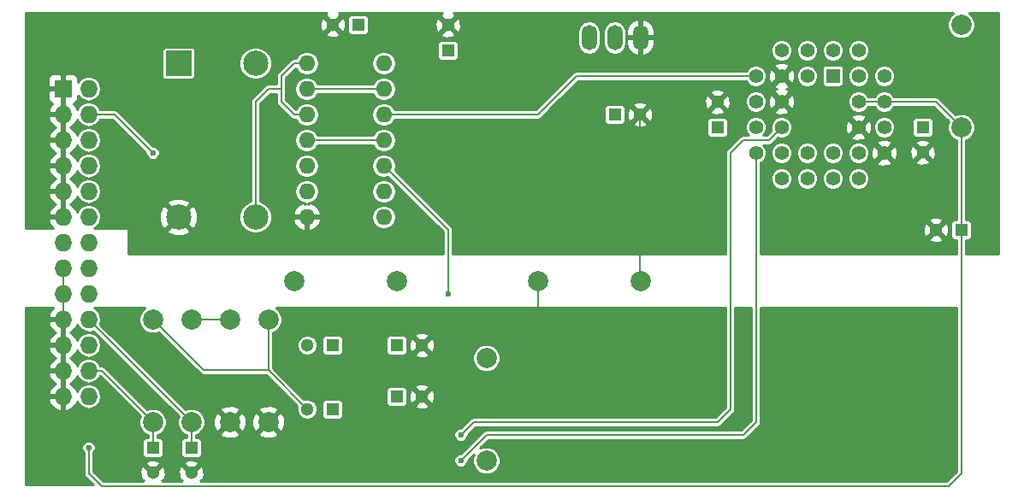
<source format=gbr>
G04 #@! TF.FileFunction,Copper,L2,Bot,Signal*
%FSLAX46Y46*%
G04 Gerber Fmt 4.6, Leading zero omitted, Abs format (unit mm)*
G04 Created by KiCad (PCBNEW 4.0.5+dfsg1-4) date Sat Oct  6 15:16:14 2018*
%MOMM*%
%LPD*%
G01*
G04 APERTURE LIST*
%ADD10C,0.100000*%
%ADD11R,2.499360X2.499360*%
%ADD12C,2.499360*%
%ADD13R,1.300000X1.300000*%
%ADD14C,1.300000*%
%ADD15R,1.727200X1.727200*%
%ADD16O,1.727200X1.727200*%
%ADD17R,1.397000X1.397000*%
%ADD18C,1.397000*%
%ADD19O,1.501140X2.499360*%
%ADD20O,1.600000X1.600000*%
%ADD21C,1.998980*%
%ADD22C,0.600000*%
%ADD23C,0.203200*%
%ADD24C,0.254000*%
G04 APERTURE END LIST*
D10*
D11*
X95250000Y-60960000D03*
D12*
X95250000Y-76200000D03*
X102870000Y-76200000D03*
X102870000Y-60960000D03*
D13*
X148590000Y-67310000D03*
D14*
X148590000Y-64810000D03*
D13*
X168910000Y-67310000D03*
D14*
X168910000Y-69810000D03*
D13*
X116840000Y-93980000D03*
D14*
X119340000Y-93980000D03*
D13*
X116840000Y-88900000D03*
D14*
X119340000Y-88900000D03*
D13*
X92710000Y-99060000D03*
D14*
X92710000Y-101560000D03*
D13*
X96520000Y-99060000D03*
D14*
X96520000Y-101560000D03*
D13*
X172720000Y-77470000D03*
D14*
X170220000Y-77470000D03*
D13*
X121920000Y-59690000D03*
D14*
X121920000Y-57190000D03*
D13*
X138430000Y-66040000D03*
D14*
X140930000Y-66040000D03*
D13*
X110490000Y-95250000D03*
D14*
X107990000Y-95250000D03*
D13*
X110490000Y-88900000D03*
D14*
X107990000Y-88900000D03*
D15*
X83820000Y-63500000D03*
D16*
X86360000Y-63500000D03*
X83820000Y-66040000D03*
X86360000Y-66040000D03*
X83820000Y-68580000D03*
X86360000Y-68580000D03*
X83820000Y-71120000D03*
X86360000Y-71120000D03*
X83820000Y-73660000D03*
X86360000Y-73660000D03*
X83820000Y-76200000D03*
X86360000Y-76200000D03*
X83820000Y-78740000D03*
X86360000Y-78740000D03*
X83820000Y-81280000D03*
X86360000Y-81280000D03*
X83820000Y-83820000D03*
X86360000Y-83820000D03*
X83820000Y-86360000D03*
X86360000Y-86360000D03*
X83820000Y-88900000D03*
X86360000Y-88900000D03*
X83820000Y-91440000D03*
X86360000Y-91440000D03*
X83820000Y-93980000D03*
X86360000Y-93980000D03*
D17*
X160020000Y-62230000D03*
D18*
X157480000Y-59690000D03*
X157480000Y-62230000D03*
X154940000Y-59690000D03*
X152400000Y-62230000D03*
X154940000Y-62230000D03*
X152400000Y-64770000D03*
X154940000Y-64770000D03*
X152400000Y-67310000D03*
X154940000Y-67310000D03*
X152400000Y-69850000D03*
X154940000Y-72390000D03*
X154940000Y-69850000D03*
X157480000Y-72390000D03*
X157480000Y-69850000D03*
X160020000Y-72390000D03*
X160020000Y-69850000D03*
X162560000Y-72390000D03*
X165100000Y-69850000D03*
X162560000Y-69850000D03*
X165100000Y-67310000D03*
X162560000Y-67310000D03*
X165100000Y-64770000D03*
X162560000Y-64770000D03*
X165100000Y-62230000D03*
X162560000Y-59690000D03*
X162560000Y-62230000D03*
X160020000Y-59690000D03*
D19*
X138430000Y-58420000D03*
X140970000Y-58420000D03*
X135890000Y-58420000D03*
D20*
X107950000Y-60960000D03*
X107950000Y-63500000D03*
X107950000Y-66040000D03*
X107950000Y-68580000D03*
X107950000Y-71120000D03*
X107950000Y-73660000D03*
X107950000Y-76200000D03*
X115570000Y-76200000D03*
X115570000Y-73660000D03*
X115570000Y-71120000D03*
X115570000Y-68580000D03*
X115570000Y-66040000D03*
X115570000Y-63500000D03*
X115570000Y-60960000D03*
D13*
X113030000Y-57150000D03*
D14*
X110530000Y-57150000D03*
D21*
X172720000Y-57150000D03*
X172720000Y-67310000D03*
X104140000Y-86360000D03*
X104140000Y-96520000D03*
X125730000Y-90170000D03*
X125730000Y-100330000D03*
X92710000Y-96520000D03*
X92710000Y-86360000D03*
X96520000Y-96520000D03*
X96520000Y-86360000D03*
X130810000Y-82550000D03*
X140970000Y-82550000D03*
X116840000Y-82550000D03*
X106680000Y-82550000D03*
X100330000Y-86360000D03*
X100330000Y-96520000D03*
D22*
X113030000Y-97790000D03*
X86360000Y-99060000D03*
X92710000Y-69850000D03*
X123190000Y-97790000D03*
X123190000Y-100330000D03*
X121920000Y-83820000D03*
D23*
X140970000Y-82550000D02*
X140930000Y-82510000D01*
X140930000Y-82510000D02*
X140930000Y-66040000D01*
X130810000Y-82550000D02*
X130810000Y-86360000D01*
X120610000Y-87630000D02*
X119340000Y-88900000D01*
X129540000Y-87630000D02*
X120610000Y-87630000D01*
X130810000Y-86360000D02*
X129540000Y-87630000D01*
X83820000Y-83820000D02*
X83820000Y-86360000D01*
X83820000Y-81280000D02*
X83820000Y-83820000D01*
X92710000Y-96520000D02*
X87630000Y-91440000D01*
X87630000Y-91440000D02*
X86360000Y-91440000D01*
X92710000Y-99060000D02*
X92710000Y-96520000D01*
X96520000Y-99060000D02*
X96520000Y-96520000D01*
X96520000Y-96520000D02*
X86360000Y-86360000D01*
X172720000Y-77470000D02*
X172720000Y-101600000D01*
X86360000Y-101600000D02*
X86360000Y-99060000D01*
X87630000Y-102870000D02*
X86360000Y-101600000D01*
X171450000Y-102870000D02*
X87630000Y-102870000D01*
X172720000Y-101600000D02*
X171450000Y-102870000D01*
X172720000Y-77470000D02*
X172720000Y-67310000D01*
X165100000Y-64770000D02*
X170180000Y-64770000D01*
X170180000Y-64770000D02*
X172720000Y-67310000D01*
X162560000Y-64770000D02*
X165100000Y-64770000D01*
X104140000Y-91400000D02*
X97750000Y-91400000D01*
X97750000Y-91400000D02*
X92710000Y-86360000D01*
X107990000Y-95250000D02*
X104140000Y-91400000D01*
X104140000Y-91400000D02*
X104140000Y-91400000D01*
X104140000Y-91400000D02*
X104140000Y-86360000D01*
X96520000Y-86360000D02*
X100330000Y-86360000D01*
X88900000Y-66040000D02*
X86360000Y-66040000D01*
X92710000Y-69850000D02*
X88900000Y-66040000D01*
X115570000Y-66040000D02*
X130810000Y-66040000D01*
X134620000Y-62230000D02*
X152400000Y-62230000D01*
X130810000Y-66040000D02*
X134620000Y-62230000D01*
X154940000Y-67310000D02*
X153670000Y-68580000D01*
X124460000Y-96520000D02*
X123190000Y-97790000D01*
X148590000Y-96520000D02*
X124460000Y-96520000D01*
X149860000Y-95250000D02*
X148590000Y-96520000D01*
X149860000Y-69850000D02*
X149860000Y-95250000D01*
X151130000Y-68580000D02*
X149860000Y-69850000D01*
X153670000Y-68580000D02*
X151130000Y-68580000D01*
X152400000Y-96520000D02*
X152400000Y-69850000D01*
X151130000Y-97790000D02*
X152400000Y-96520000D01*
X125730000Y-97790000D02*
X151130000Y-97790000D01*
X123190000Y-100330000D02*
X125730000Y-97790000D01*
X121920000Y-77470000D02*
X115570000Y-71120000D01*
X121920000Y-83820000D02*
X121920000Y-77470000D01*
X105410000Y-63500000D02*
X104140000Y-63500000D01*
X102870000Y-64770000D02*
X102870000Y-76200000D01*
X104140000Y-63500000D02*
X102870000Y-64770000D01*
X107950000Y-66040000D02*
X106680000Y-66040000D01*
X106680000Y-60960000D02*
X107950000Y-60960000D01*
X105410000Y-62230000D02*
X106680000Y-60960000D01*
X105410000Y-64770000D02*
X105410000Y-63500000D01*
X105410000Y-63500000D02*
X105410000Y-62230000D01*
X106680000Y-66040000D02*
X105410000Y-64770000D01*
X107950000Y-63500000D02*
X115570000Y-63500000D01*
X107950000Y-68580000D02*
X115570000Y-68580000D01*
D24*
G36*
X109866271Y-56020389D02*
X109810590Y-56250984D01*
X110530000Y-56970395D01*
X111249410Y-56250984D01*
X111193729Y-56020389D01*
X111155254Y-56007000D01*
X121385163Y-56007000D01*
X121256271Y-56060389D01*
X121200590Y-56290984D01*
X121920000Y-57010395D01*
X122639410Y-56290984D01*
X122583729Y-56060389D01*
X122430307Y-56007000D01*
X171910983Y-56007000D01*
X171550360Y-56366994D01*
X171339751Y-56874199D01*
X171339271Y-57423392D01*
X171548995Y-57930963D01*
X171936994Y-58319640D01*
X172444199Y-58530249D01*
X172993392Y-58530729D01*
X173500963Y-58321005D01*
X173889640Y-57933006D01*
X174100249Y-57425801D01*
X174100729Y-56876608D01*
X173891005Y-56369037D01*
X173529600Y-56007000D01*
X176403000Y-56007000D01*
X176403000Y-79883000D01*
X173202600Y-79883000D01*
X173202600Y-78508464D01*
X173370000Y-78508464D01*
X173511190Y-78481897D01*
X173640865Y-78398454D01*
X173727859Y-78271134D01*
X173758464Y-78120000D01*
X173758464Y-76820000D01*
X173731897Y-76678810D01*
X173648454Y-76549135D01*
X173521134Y-76462141D01*
X173370000Y-76431536D01*
X173202600Y-76431536D01*
X173202600Y-68604286D01*
X173500963Y-68481005D01*
X173889640Y-68093006D01*
X174100249Y-67585801D01*
X174100729Y-67036608D01*
X173891005Y-66529037D01*
X173503006Y-66140360D01*
X172995801Y-65929751D01*
X172446608Y-65929271D01*
X172145985Y-66053486D01*
X170521250Y-64428750D01*
X170364683Y-64324136D01*
X170180000Y-64287400D01*
X166068614Y-64287400D01*
X166015689Y-64159311D01*
X165712286Y-63855378D01*
X165315668Y-63690687D01*
X164886216Y-63690313D01*
X164489311Y-63854311D01*
X164185378Y-64157714D01*
X164131527Y-64287400D01*
X163528614Y-64287400D01*
X163475689Y-64159311D01*
X163172286Y-63855378D01*
X162775668Y-63690687D01*
X162346216Y-63690313D01*
X161949311Y-63854311D01*
X161645378Y-64157714D01*
X161480687Y-64554332D01*
X161480313Y-64983784D01*
X161644311Y-65380689D01*
X161947714Y-65684622D01*
X162344332Y-65849313D01*
X162773784Y-65849687D01*
X163170689Y-65685689D01*
X163474622Y-65382286D01*
X163528473Y-65252600D01*
X164131386Y-65252600D01*
X164184311Y-65380689D01*
X164487714Y-65684622D01*
X164884332Y-65849313D01*
X165313784Y-65849687D01*
X165710689Y-65685689D01*
X166014622Y-65382286D01*
X166068473Y-65252600D01*
X169980100Y-65252600D01*
X171463552Y-66736051D01*
X171339751Y-67034199D01*
X171339271Y-67583392D01*
X171548995Y-68090963D01*
X171936994Y-68479640D01*
X172237400Y-68604379D01*
X172237400Y-76431536D01*
X172070000Y-76431536D01*
X171928810Y-76458103D01*
X171799135Y-76541546D01*
X171712141Y-76668866D01*
X171681536Y-76820000D01*
X171681536Y-78120000D01*
X171708103Y-78261190D01*
X171791546Y-78390865D01*
X171918866Y-78477859D01*
X172070000Y-78508464D01*
X172237400Y-78508464D01*
X172237400Y-79883000D01*
X152882600Y-79883000D01*
X152882600Y-78369016D01*
X169500590Y-78369016D01*
X169556271Y-78599611D01*
X170039078Y-78767622D01*
X170549428Y-78738083D01*
X170883729Y-78599611D01*
X170939410Y-78369016D01*
X170220000Y-77649605D01*
X169500590Y-78369016D01*
X152882600Y-78369016D01*
X152882600Y-77289078D01*
X168922378Y-77289078D01*
X168951917Y-77799428D01*
X169090389Y-78133729D01*
X169320984Y-78189410D01*
X170040395Y-77470000D01*
X170399605Y-77470000D01*
X171119016Y-78189410D01*
X171349611Y-78133729D01*
X171517622Y-77650922D01*
X171488083Y-77140572D01*
X171349611Y-76806271D01*
X171119016Y-76750590D01*
X170399605Y-77470000D01*
X170040395Y-77470000D01*
X169320984Y-76750590D01*
X169090389Y-76806271D01*
X168922378Y-77289078D01*
X152882600Y-77289078D01*
X152882600Y-76570984D01*
X169500590Y-76570984D01*
X170220000Y-77290395D01*
X170939410Y-76570984D01*
X170883729Y-76340389D01*
X170400922Y-76172378D01*
X169890572Y-76201917D01*
X169556271Y-76340389D01*
X169500590Y-76570984D01*
X152882600Y-76570984D01*
X152882600Y-72603784D01*
X153860313Y-72603784D01*
X154024311Y-73000689D01*
X154327714Y-73304622D01*
X154724332Y-73469313D01*
X155153784Y-73469687D01*
X155550689Y-73305689D01*
X155854622Y-73002286D01*
X156019313Y-72605668D01*
X156019314Y-72603784D01*
X156400313Y-72603784D01*
X156564311Y-73000689D01*
X156867714Y-73304622D01*
X157264332Y-73469313D01*
X157693784Y-73469687D01*
X158090689Y-73305689D01*
X158394622Y-73002286D01*
X158559313Y-72605668D01*
X158559314Y-72603784D01*
X158940313Y-72603784D01*
X159104311Y-73000689D01*
X159407714Y-73304622D01*
X159804332Y-73469313D01*
X160233784Y-73469687D01*
X160630689Y-73305689D01*
X160934622Y-73002286D01*
X161099313Y-72605668D01*
X161099314Y-72603784D01*
X161480313Y-72603784D01*
X161644311Y-73000689D01*
X161947714Y-73304622D01*
X162344332Y-73469313D01*
X162773784Y-73469687D01*
X163170689Y-73305689D01*
X163474622Y-73002286D01*
X163639313Y-72605668D01*
X163639687Y-72176216D01*
X163475689Y-71779311D01*
X163172286Y-71475378D01*
X162775668Y-71310687D01*
X162346216Y-71310313D01*
X161949311Y-71474311D01*
X161645378Y-71777714D01*
X161480687Y-72174332D01*
X161480313Y-72603784D01*
X161099314Y-72603784D01*
X161099687Y-72176216D01*
X160935689Y-71779311D01*
X160632286Y-71475378D01*
X160235668Y-71310687D01*
X159806216Y-71310313D01*
X159409311Y-71474311D01*
X159105378Y-71777714D01*
X158940687Y-72174332D01*
X158940313Y-72603784D01*
X158559314Y-72603784D01*
X158559687Y-72176216D01*
X158395689Y-71779311D01*
X158092286Y-71475378D01*
X157695668Y-71310687D01*
X157266216Y-71310313D01*
X156869311Y-71474311D01*
X156565378Y-71777714D01*
X156400687Y-72174332D01*
X156400313Y-72603784D01*
X156019314Y-72603784D01*
X156019687Y-72176216D01*
X155855689Y-71779311D01*
X155552286Y-71475378D01*
X155155668Y-71310687D01*
X154726216Y-71310313D01*
X154329311Y-71474311D01*
X154025378Y-71777714D01*
X153860687Y-72174332D01*
X153860313Y-72603784D01*
X152882600Y-72603784D01*
X152882600Y-70818614D01*
X153010689Y-70765689D01*
X153314622Y-70462286D01*
X153479313Y-70065668D01*
X153479314Y-70063784D01*
X153860313Y-70063784D01*
X154024311Y-70460689D01*
X154327714Y-70764622D01*
X154724332Y-70929313D01*
X155153784Y-70929687D01*
X155550689Y-70765689D01*
X155854622Y-70462286D01*
X156019313Y-70065668D01*
X156019314Y-70063784D01*
X156400313Y-70063784D01*
X156564311Y-70460689D01*
X156867714Y-70764622D01*
X157264332Y-70929313D01*
X157693784Y-70929687D01*
X158090689Y-70765689D01*
X158394622Y-70462286D01*
X158559313Y-70065668D01*
X158559314Y-70063784D01*
X158940313Y-70063784D01*
X159104311Y-70460689D01*
X159407714Y-70764622D01*
X159804332Y-70929313D01*
X160233784Y-70929687D01*
X160630689Y-70765689D01*
X160934622Y-70462286D01*
X161099313Y-70065668D01*
X161099314Y-70063784D01*
X161480313Y-70063784D01*
X161644311Y-70460689D01*
X161947714Y-70764622D01*
X162344332Y-70929313D01*
X162773784Y-70929687D01*
X163125918Y-70784188D01*
X164345417Y-70784188D01*
X164407071Y-71019800D01*
X164907480Y-71195927D01*
X165437199Y-71167148D01*
X165792929Y-71019800D01*
X165854583Y-70784188D01*
X165779411Y-70709016D01*
X168190590Y-70709016D01*
X168246271Y-70939611D01*
X168729078Y-71107622D01*
X169239428Y-71078083D01*
X169573729Y-70939611D01*
X169629410Y-70709016D01*
X168910000Y-69989605D01*
X168190590Y-70709016D01*
X165779411Y-70709016D01*
X165100000Y-70029605D01*
X164345417Y-70784188D01*
X163125918Y-70784188D01*
X163170689Y-70765689D01*
X163474622Y-70462286D01*
X163639313Y-70065668D01*
X163639668Y-69657480D01*
X163754073Y-69657480D01*
X163782852Y-70187199D01*
X163930200Y-70542929D01*
X164165812Y-70604583D01*
X164920395Y-69850000D01*
X165279605Y-69850000D01*
X166034188Y-70604583D01*
X166269800Y-70542929D01*
X166445927Y-70042520D01*
X166423466Y-69629078D01*
X167612378Y-69629078D01*
X167641917Y-70139428D01*
X167780389Y-70473729D01*
X168010984Y-70529410D01*
X168730395Y-69810000D01*
X169089605Y-69810000D01*
X169809016Y-70529410D01*
X170039611Y-70473729D01*
X170207622Y-69990922D01*
X170178083Y-69480572D01*
X170039611Y-69146271D01*
X169809016Y-69090590D01*
X169089605Y-69810000D01*
X168730395Y-69810000D01*
X168010984Y-69090590D01*
X167780389Y-69146271D01*
X167612378Y-69629078D01*
X166423466Y-69629078D01*
X166417148Y-69512801D01*
X166269800Y-69157071D01*
X166034188Y-69095417D01*
X165279605Y-69850000D01*
X164920395Y-69850000D01*
X164165812Y-69095417D01*
X163930200Y-69157071D01*
X163754073Y-69657480D01*
X163639668Y-69657480D01*
X163639687Y-69636216D01*
X163475689Y-69239311D01*
X163172286Y-68935378D01*
X163125167Y-68915812D01*
X164345417Y-68915812D01*
X165100000Y-69670395D01*
X165854583Y-68915812D01*
X165853320Y-68910984D01*
X168190590Y-68910984D01*
X168910000Y-69630395D01*
X169629410Y-68910984D01*
X169573729Y-68680389D01*
X169090922Y-68512378D01*
X168580572Y-68541917D01*
X168246271Y-68680389D01*
X168190590Y-68910984D01*
X165853320Y-68910984D01*
X165792929Y-68680200D01*
X165292520Y-68504073D01*
X164762801Y-68532852D01*
X164407071Y-68680200D01*
X164345417Y-68915812D01*
X163125167Y-68915812D01*
X162775668Y-68770687D01*
X162346216Y-68770313D01*
X161949311Y-68934311D01*
X161645378Y-69237714D01*
X161480687Y-69634332D01*
X161480313Y-70063784D01*
X161099314Y-70063784D01*
X161099687Y-69636216D01*
X160935689Y-69239311D01*
X160632286Y-68935378D01*
X160235668Y-68770687D01*
X159806216Y-68770313D01*
X159409311Y-68934311D01*
X159105378Y-69237714D01*
X158940687Y-69634332D01*
X158940313Y-70063784D01*
X158559314Y-70063784D01*
X158559687Y-69636216D01*
X158395689Y-69239311D01*
X158092286Y-68935378D01*
X157695668Y-68770687D01*
X157266216Y-68770313D01*
X156869311Y-68934311D01*
X156565378Y-69237714D01*
X156400687Y-69634332D01*
X156400313Y-70063784D01*
X156019314Y-70063784D01*
X156019687Y-69636216D01*
X155855689Y-69239311D01*
X155552286Y-68935378D01*
X155155668Y-68770687D01*
X154726216Y-68770313D01*
X154329311Y-68934311D01*
X154025378Y-69237714D01*
X153860687Y-69634332D01*
X153860313Y-70063784D01*
X153479314Y-70063784D01*
X153479687Y-69636216D01*
X153315689Y-69239311D01*
X153139286Y-69062600D01*
X153670000Y-69062600D01*
X153854683Y-69025864D01*
X154011250Y-68921250D01*
X154596336Y-68336164D01*
X154724332Y-68389313D01*
X155153784Y-68389687D01*
X155505918Y-68244188D01*
X161805417Y-68244188D01*
X161867071Y-68479800D01*
X162367480Y-68655927D01*
X162897199Y-68627148D01*
X163252929Y-68479800D01*
X163314583Y-68244188D01*
X162560000Y-67489605D01*
X161805417Y-68244188D01*
X155505918Y-68244188D01*
X155550689Y-68225689D01*
X155854622Y-67922286D01*
X156019313Y-67525668D01*
X156019668Y-67117480D01*
X161214073Y-67117480D01*
X161242852Y-67647199D01*
X161390200Y-68002929D01*
X161625812Y-68064583D01*
X162380395Y-67310000D01*
X162739605Y-67310000D01*
X163494188Y-68064583D01*
X163729800Y-68002929D01*
X163898442Y-67523784D01*
X164020313Y-67523784D01*
X164184311Y-67920689D01*
X164487714Y-68224622D01*
X164884332Y-68389313D01*
X165313784Y-68389687D01*
X165710689Y-68225689D01*
X166014622Y-67922286D01*
X166179313Y-67525668D01*
X166179687Y-67096216D01*
X166015689Y-66699311D01*
X165976447Y-66660000D01*
X167871536Y-66660000D01*
X167871536Y-67960000D01*
X167898103Y-68101190D01*
X167981546Y-68230865D01*
X168108866Y-68317859D01*
X168260000Y-68348464D01*
X169560000Y-68348464D01*
X169701190Y-68321897D01*
X169830865Y-68238454D01*
X169917859Y-68111134D01*
X169948464Y-67960000D01*
X169948464Y-66660000D01*
X169921897Y-66518810D01*
X169838454Y-66389135D01*
X169711134Y-66302141D01*
X169560000Y-66271536D01*
X168260000Y-66271536D01*
X168118810Y-66298103D01*
X167989135Y-66381546D01*
X167902141Y-66508866D01*
X167871536Y-66660000D01*
X165976447Y-66660000D01*
X165712286Y-66395378D01*
X165315668Y-66230687D01*
X164886216Y-66230313D01*
X164489311Y-66394311D01*
X164185378Y-66697714D01*
X164020687Y-67094332D01*
X164020313Y-67523784D01*
X163898442Y-67523784D01*
X163905927Y-67502520D01*
X163877148Y-66972801D01*
X163729800Y-66617071D01*
X163494188Y-66555417D01*
X162739605Y-67310000D01*
X162380395Y-67310000D01*
X161625812Y-66555417D01*
X161390200Y-66617071D01*
X161214073Y-67117480D01*
X156019668Y-67117480D01*
X156019687Y-67096216D01*
X155855689Y-66699311D01*
X155552286Y-66395378D01*
X155505167Y-66375812D01*
X161805417Y-66375812D01*
X162560000Y-67130395D01*
X163314583Y-66375812D01*
X163252929Y-66140200D01*
X162752520Y-65964073D01*
X162222801Y-65992852D01*
X161867071Y-66140200D01*
X161805417Y-66375812D01*
X155505167Y-66375812D01*
X155155668Y-66230687D01*
X154726216Y-66230313D01*
X154329311Y-66394311D01*
X154025378Y-66697714D01*
X153860687Y-67094332D01*
X153860313Y-67523784D01*
X153913937Y-67653563D01*
X153470100Y-68097400D01*
X153139202Y-68097400D01*
X153314622Y-67922286D01*
X153479313Y-67525668D01*
X153479687Y-67096216D01*
X153315689Y-66699311D01*
X153012286Y-66395378D01*
X152615668Y-66230687D01*
X152186216Y-66230313D01*
X151789311Y-66394311D01*
X151485378Y-66697714D01*
X151320687Y-67094332D01*
X151320313Y-67523784D01*
X151484311Y-67920689D01*
X151660714Y-68097400D01*
X151130000Y-68097400D01*
X150945317Y-68134136D01*
X150788750Y-68238750D01*
X149518750Y-69508750D01*
X149414136Y-69665317D01*
X149377400Y-69850000D01*
X149377400Y-79883000D01*
X122402600Y-79883000D01*
X122402600Y-77470000D01*
X122365864Y-77285317D01*
X122261250Y-77128750D01*
X116687592Y-71555092D01*
X116774137Y-71120000D01*
X116684239Y-70668051D01*
X116428230Y-70284907D01*
X116045086Y-70028898D01*
X115593137Y-69939000D01*
X115546863Y-69939000D01*
X115094914Y-70028898D01*
X114711770Y-70284907D01*
X114455761Y-70668051D01*
X114365863Y-71120000D01*
X114455761Y-71571949D01*
X114711770Y-71955093D01*
X115094914Y-72211102D01*
X115546863Y-72301000D01*
X115593137Y-72301000D01*
X115989632Y-72222132D01*
X121437400Y-77669900D01*
X121437400Y-79883000D01*
X90297000Y-79883000D01*
X90297000Y-77533089D01*
X94096517Y-77533089D01*
X94225725Y-77825859D01*
X94925883Y-78094071D01*
X95675384Y-78073928D01*
X96274275Y-77825859D01*
X96403483Y-77533089D01*
X95250000Y-76379605D01*
X94096517Y-77533089D01*
X90297000Y-77533089D01*
X90297000Y-77470000D01*
X90286994Y-77420590D01*
X90258553Y-77378965D01*
X90216159Y-77351685D01*
X90170000Y-77343000D01*
X86870938Y-77343000D01*
X87264448Y-77080065D01*
X87534243Y-76676288D01*
X87628983Y-76200000D01*
X87564512Y-75875883D01*
X93355929Y-75875883D01*
X93376072Y-76625384D01*
X93624141Y-77224275D01*
X93916911Y-77353483D01*
X95070395Y-76200000D01*
X95429605Y-76200000D01*
X96583089Y-77353483D01*
X96875859Y-77224275D01*
X97144071Y-76524117D01*
X97144040Y-76522939D01*
X101239037Y-76522939D01*
X101486771Y-77122499D01*
X101945088Y-77581617D01*
X102544215Y-77830396D01*
X103192939Y-77830963D01*
X103792499Y-77583229D01*
X104251617Y-77124912D01*
X104490740Y-76549039D01*
X106558096Y-76549039D01*
X106718959Y-76937423D01*
X107094866Y-77352389D01*
X107600959Y-77591914D01*
X107823000Y-77470629D01*
X107823000Y-76327000D01*
X108077000Y-76327000D01*
X108077000Y-77470629D01*
X108299041Y-77591914D01*
X108805134Y-77352389D01*
X109181041Y-76937423D01*
X109341904Y-76549039D01*
X109219915Y-76327000D01*
X108077000Y-76327000D01*
X107823000Y-76327000D01*
X106680085Y-76327000D01*
X106558096Y-76549039D01*
X104490740Y-76549039D01*
X104500396Y-76525785D01*
X104500680Y-76200000D01*
X114365863Y-76200000D01*
X114455761Y-76651949D01*
X114711770Y-77035093D01*
X115094914Y-77291102D01*
X115546863Y-77381000D01*
X115593137Y-77381000D01*
X116045086Y-77291102D01*
X116428230Y-77035093D01*
X116684239Y-76651949D01*
X116774137Y-76200000D01*
X116684239Y-75748051D01*
X116428230Y-75364907D01*
X116045086Y-75108898D01*
X115593137Y-75019000D01*
X115546863Y-75019000D01*
X115094914Y-75108898D01*
X114711770Y-75364907D01*
X114455761Y-75748051D01*
X114365863Y-76200000D01*
X104500680Y-76200000D01*
X104500963Y-75877061D01*
X104490179Y-75850961D01*
X106558096Y-75850961D01*
X106680085Y-76073000D01*
X107823000Y-76073000D01*
X107823000Y-76053000D01*
X108077000Y-76053000D01*
X108077000Y-76073000D01*
X109219915Y-76073000D01*
X109341904Y-75850961D01*
X109181041Y-75462577D01*
X108805134Y-75047611D01*
X108299041Y-74808086D01*
X108077002Y-74929370D01*
X108077002Y-74820340D01*
X108425086Y-74751102D01*
X108808230Y-74495093D01*
X109064239Y-74111949D01*
X109154137Y-73660000D01*
X114365863Y-73660000D01*
X114455761Y-74111949D01*
X114711770Y-74495093D01*
X115094914Y-74751102D01*
X115546863Y-74841000D01*
X115593137Y-74841000D01*
X116045086Y-74751102D01*
X116428230Y-74495093D01*
X116684239Y-74111949D01*
X116774137Y-73660000D01*
X116684239Y-73208051D01*
X116428230Y-72824907D01*
X116045086Y-72568898D01*
X115593137Y-72479000D01*
X115546863Y-72479000D01*
X115094914Y-72568898D01*
X114711770Y-72824907D01*
X114455761Y-73208051D01*
X114365863Y-73660000D01*
X109154137Y-73660000D01*
X109064239Y-73208051D01*
X108808230Y-72824907D01*
X108425086Y-72568898D01*
X107973137Y-72479000D01*
X107926863Y-72479000D01*
X107474914Y-72568898D01*
X107091770Y-72824907D01*
X106835761Y-73208051D01*
X106745863Y-73660000D01*
X106835761Y-74111949D01*
X107091770Y-74495093D01*
X107474914Y-74751102D01*
X107822998Y-74820340D01*
X107822998Y-74929370D01*
X107600959Y-74808086D01*
X107094866Y-75047611D01*
X106718959Y-75462577D01*
X106558096Y-75850961D01*
X104490179Y-75850961D01*
X104253229Y-75277501D01*
X103794912Y-74818383D01*
X103352600Y-74634719D01*
X103352600Y-71120000D01*
X106745863Y-71120000D01*
X106835761Y-71571949D01*
X107091770Y-71955093D01*
X107474914Y-72211102D01*
X107926863Y-72301000D01*
X107973137Y-72301000D01*
X108425086Y-72211102D01*
X108808230Y-71955093D01*
X109064239Y-71571949D01*
X109154137Y-71120000D01*
X109064239Y-70668051D01*
X108808230Y-70284907D01*
X108425086Y-70028898D01*
X107973137Y-69939000D01*
X107926863Y-69939000D01*
X107474914Y-70028898D01*
X107091770Y-70284907D01*
X106835761Y-70668051D01*
X106745863Y-71120000D01*
X103352600Y-71120000D01*
X103352600Y-68580000D01*
X106745863Y-68580000D01*
X106835761Y-69031949D01*
X107091770Y-69415093D01*
X107474914Y-69671102D01*
X107926863Y-69761000D01*
X107973137Y-69761000D01*
X108425086Y-69671102D01*
X108808230Y-69415093D01*
X109043759Y-69062600D01*
X114476241Y-69062600D01*
X114711770Y-69415093D01*
X115094914Y-69671102D01*
X115546863Y-69761000D01*
X115593137Y-69761000D01*
X116045086Y-69671102D01*
X116428230Y-69415093D01*
X116684239Y-69031949D01*
X116774137Y-68580000D01*
X116684239Y-68128051D01*
X116428230Y-67744907D01*
X116045086Y-67488898D01*
X115593137Y-67399000D01*
X115546863Y-67399000D01*
X115094914Y-67488898D01*
X114711770Y-67744907D01*
X114476241Y-68097400D01*
X109043759Y-68097400D01*
X108808230Y-67744907D01*
X108425086Y-67488898D01*
X107973137Y-67399000D01*
X107926863Y-67399000D01*
X107474914Y-67488898D01*
X107091770Y-67744907D01*
X106835761Y-68128051D01*
X106745863Y-68580000D01*
X103352600Y-68580000D01*
X103352600Y-64969900D01*
X104339900Y-63982600D01*
X104927400Y-63982600D01*
X104927400Y-64770000D01*
X104964136Y-64954683D01*
X105068750Y-65111250D01*
X106338750Y-66381250D01*
X106495317Y-66485864D01*
X106680000Y-66522600D01*
X106856241Y-66522600D01*
X107091770Y-66875093D01*
X107474914Y-67131102D01*
X107926863Y-67221000D01*
X107973137Y-67221000D01*
X108425086Y-67131102D01*
X108808230Y-66875093D01*
X109064239Y-66491949D01*
X109154137Y-66040000D01*
X114365863Y-66040000D01*
X114455761Y-66491949D01*
X114711770Y-66875093D01*
X115094914Y-67131102D01*
X115546863Y-67221000D01*
X115593137Y-67221000D01*
X116045086Y-67131102D01*
X116428230Y-66875093D01*
X116663759Y-66522600D01*
X130810000Y-66522600D01*
X130994683Y-66485864D01*
X131151250Y-66381250D01*
X132142500Y-65390000D01*
X137391536Y-65390000D01*
X137391536Y-66690000D01*
X137418103Y-66831190D01*
X137501546Y-66960865D01*
X137628866Y-67047859D01*
X137780000Y-67078464D01*
X139080000Y-67078464D01*
X139221190Y-67051897D01*
X139350865Y-66968454D01*
X139370979Y-66939016D01*
X140210590Y-66939016D01*
X140266271Y-67169611D01*
X140749078Y-67337622D01*
X141259428Y-67308083D01*
X141593729Y-67169611D01*
X141649410Y-66939016D01*
X140930000Y-66219605D01*
X140210590Y-66939016D01*
X139370979Y-66939016D01*
X139437859Y-66841134D01*
X139468464Y-66690000D01*
X139468464Y-65859078D01*
X139632378Y-65859078D01*
X139661917Y-66369428D01*
X139800389Y-66703729D01*
X140030984Y-66759410D01*
X140750395Y-66040000D01*
X141109605Y-66040000D01*
X141829016Y-66759410D01*
X142059611Y-66703729D01*
X142074828Y-66660000D01*
X147551536Y-66660000D01*
X147551536Y-67960000D01*
X147578103Y-68101190D01*
X147661546Y-68230865D01*
X147788866Y-68317859D01*
X147940000Y-68348464D01*
X149240000Y-68348464D01*
X149381190Y-68321897D01*
X149510865Y-68238454D01*
X149597859Y-68111134D01*
X149628464Y-67960000D01*
X149628464Y-66660000D01*
X149601897Y-66518810D01*
X149518454Y-66389135D01*
X149391134Y-66302141D01*
X149240000Y-66271536D01*
X147940000Y-66271536D01*
X147798810Y-66298103D01*
X147669135Y-66381546D01*
X147582141Y-66508866D01*
X147551536Y-66660000D01*
X142074828Y-66660000D01*
X142227622Y-66220922D01*
X142198083Y-65710572D01*
X142197439Y-65709016D01*
X147870590Y-65709016D01*
X147926271Y-65939611D01*
X148409078Y-66107622D01*
X148919428Y-66078083D01*
X149253729Y-65939611D01*
X149309410Y-65709016D01*
X148590000Y-64989605D01*
X147870590Y-65709016D01*
X142197439Y-65709016D01*
X142059611Y-65376271D01*
X141829016Y-65320590D01*
X141109605Y-66040000D01*
X140750395Y-66040000D01*
X140030984Y-65320590D01*
X139800389Y-65376271D01*
X139632378Y-65859078D01*
X139468464Y-65859078D01*
X139468464Y-65390000D01*
X139441897Y-65248810D01*
X139372514Y-65140984D01*
X140210590Y-65140984D01*
X140930000Y-65860395D01*
X141649410Y-65140984D01*
X141593729Y-64910389D01*
X141110922Y-64742378D01*
X140600572Y-64771917D01*
X140266271Y-64910389D01*
X140210590Y-65140984D01*
X139372514Y-65140984D01*
X139358454Y-65119135D01*
X139231134Y-65032141D01*
X139080000Y-65001536D01*
X137780000Y-65001536D01*
X137638810Y-65028103D01*
X137509135Y-65111546D01*
X137422141Y-65238866D01*
X137391536Y-65390000D01*
X132142500Y-65390000D01*
X132903422Y-64629078D01*
X147292378Y-64629078D01*
X147321917Y-65139428D01*
X147460389Y-65473729D01*
X147690984Y-65529410D01*
X148410395Y-64810000D01*
X148769605Y-64810000D01*
X149489016Y-65529410D01*
X149719611Y-65473729D01*
X149887622Y-64990922D01*
X149887209Y-64983784D01*
X151320313Y-64983784D01*
X151484311Y-65380689D01*
X151787714Y-65684622D01*
X152184332Y-65849313D01*
X152613784Y-65849687D01*
X152965918Y-65704188D01*
X154185417Y-65704188D01*
X154247071Y-65939800D01*
X154747480Y-66115927D01*
X155277199Y-66087148D01*
X155632929Y-65939800D01*
X155694583Y-65704188D01*
X154940000Y-64949605D01*
X154185417Y-65704188D01*
X152965918Y-65704188D01*
X153010689Y-65685689D01*
X153314622Y-65382286D01*
X153479313Y-64985668D01*
X153479668Y-64577480D01*
X153594073Y-64577480D01*
X153622852Y-65107199D01*
X153770200Y-65462929D01*
X154005812Y-65524583D01*
X154760395Y-64770000D01*
X155119605Y-64770000D01*
X155874188Y-65524583D01*
X156109800Y-65462929D01*
X156285927Y-64962520D01*
X156257148Y-64432801D01*
X156109800Y-64077071D01*
X155874188Y-64015417D01*
X155119605Y-64770000D01*
X154760395Y-64770000D01*
X154005812Y-64015417D01*
X153770200Y-64077071D01*
X153594073Y-64577480D01*
X153479668Y-64577480D01*
X153479687Y-64556216D01*
X153315689Y-64159311D01*
X153012286Y-63855378D01*
X152615668Y-63690687D01*
X152186216Y-63690313D01*
X151789311Y-63854311D01*
X151485378Y-64157714D01*
X151320687Y-64554332D01*
X151320313Y-64983784D01*
X149887209Y-64983784D01*
X149858083Y-64480572D01*
X149719611Y-64146271D01*
X149489016Y-64090590D01*
X148769605Y-64810000D01*
X148410395Y-64810000D01*
X147690984Y-64090590D01*
X147460389Y-64146271D01*
X147292378Y-64629078D01*
X132903422Y-64629078D01*
X133621516Y-63910984D01*
X147870590Y-63910984D01*
X148590000Y-64630395D01*
X149309410Y-63910984D01*
X149253729Y-63680389D01*
X148770922Y-63512378D01*
X148260572Y-63541917D01*
X147926271Y-63680389D01*
X147870590Y-63910984D01*
X133621516Y-63910984D01*
X134819900Y-62712600D01*
X151431386Y-62712600D01*
X151484311Y-62840689D01*
X151787714Y-63144622D01*
X152184332Y-63309313D01*
X152613784Y-63309687D01*
X152965918Y-63164188D01*
X154185417Y-63164188D01*
X154247071Y-63399800D01*
X154508629Y-63491859D01*
X154247071Y-63600200D01*
X154185417Y-63835812D01*
X154940000Y-64590395D01*
X155694583Y-63835812D01*
X155632929Y-63600200D01*
X155371371Y-63508141D01*
X155632929Y-63399800D01*
X155694583Y-63164188D01*
X154940000Y-62409605D01*
X154185417Y-63164188D01*
X152965918Y-63164188D01*
X153010689Y-63145689D01*
X153314622Y-62842286D01*
X153479313Y-62445668D01*
X153479668Y-62037480D01*
X153594073Y-62037480D01*
X153622852Y-62567199D01*
X153770200Y-62922929D01*
X154005812Y-62984583D01*
X154760395Y-62230000D01*
X155119605Y-62230000D01*
X155874188Y-62984583D01*
X156109800Y-62922929D01*
X156278442Y-62443784D01*
X156400313Y-62443784D01*
X156564311Y-62840689D01*
X156867714Y-63144622D01*
X157264332Y-63309313D01*
X157693784Y-63309687D01*
X158090689Y-63145689D01*
X158394622Y-62842286D01*
X158559313Y-62445668D01*
X158559687Y-62016216D01*
X158395689Y-61619311D01*
X158308032Y-61531500D01*
X158933036Y-61531500D01*
X158933036Y-62928500D01*
X158959603Y-63069690D01*
X159043046Y-63199365D01*
X159170366Y-63286359D01*
X159321500Y-63316964D01*
X160718500Y-63316964D01*
X160859690Y-63290397D01*
X160989365Y-63206954D01*
X161076359Y-63079634D01*
X161106964Y-62928500D01*
X161106964Y-62443784D01*
X161480313Y-62443784D01*
X161644311Y-62840689D01*
X161947714Y-63144622D01*
X162344332Y-63309313D01*
X162773784Y-63309687D01*
X163170689Y-63145689D01*
X163474622Y-62842286D01*
X163639313Y-62445668D01*
X163639314Y-62443784D01*
X164020313Y-62443784D01*
X164184311Y-62840689D01*
X164487714Y-63144622D01*
X164884332Y-63309313D01*
X165313784Y-63309687D01*
X165710689Y-63145689D01*
X166014622Y-62842286D01*
X166179313Y-62445668D01*
X166179687Y-62016216D01*
X166015689Y-61619311D01*
X165712286Y-61315378D01*
X165315668Y-61150687D01*
X164886216Y-61150313D01*
X164489311Y-61314311D01*
X164185378Y-61617714D01*
X164020687Y-62014332D01*
X164020313Y-62443784D01*
X163639314Y-62443784D01*
X163639687Y-62016216D01*
X163475689Y-61619311D01*
X163172286Y-61315378D01*
X162775668Y-61150687D01*
X162346216Y-61150313D01*
X161949311Y-61314311D01*
X161645378Y-61617714D01*
X161480687Y-62014332D01*
X161480313Y-62443784D01*
X161106964Y-62443784D01*
X161106964Y-61531500D01*
X161080397Y-61390310D01*
X160996954Y-61260635D01*
X160869634Y-61173641D01*
X160718500Y-61143036D01*
X159321500Y-61143036D01*
X159180310Y-61169603D01*
X159050635Y-61253046D01*
X158963641Y-61380366D01*
X158933036Y-61531500D01*
X158308032Y-61531500D01*
X158092286Y-61315378D01*
X157695668Y-61150687D01*
X157266216Y-61150313D01*
X156869311Y-61314311D01*
X156565378Y-61617714D01*
X156400687Y-62014332D01*
X156400313Y-62443784D01*
X156278442Y-62443784D01*
X156285927Y-62422520D01*
X156257148Y-61892801D01*
X156109800Y-61537071D01*
X155874188Y-61475417D01*
X155119605Y-62230000D01*
X154760395Y-62230000D01*
X154005812Y-61475417D01*
X153770200Y-61537071D01*
X153594073Y-62037480D01*
X153479668Y-62037480D01*
X153479687Y-62016216D01*
X153315689Y-61619311D01*
X153012286Y-61315378D01*
X152965167Y-61295812D01*
X154185417Y-61295812D01*
X154940000Y-62050395D01*
X155694583Y-61295812D01*
X155632929Y-61060200D01*
X155132520Y-60884073D01*
X154602801Y-60912852D01*
X154247071Y-61060200D01*
X154185417Y-61295812D01*
X152965167Y-61295812D01*
X152615668Y-61150687D01*
X152186216Y-61150313D01*
X151789311Y-61314311D01*
X151485378Y-61617714D01*
X151431527Y-61747400D01*
X134620005Y-61747400D01*
X134620000Y-61747399D01*
X134435317Y-61784136D01*
X134278750Y-61888750D01*
X130610100Y-65557400D01*
X116663759Y-65557400D01*
X116428230Y-65204907D01*
X116045086Y-64948898D01*
X115593137Y-64859000D01*
X115546863Y-64859000D01*
X115094914Y-64948898D01*
X114711770Y-65204907D01*
X114455761Y-65588051D01*
X114365863Y-66040000D01*
X109154137Y-66040000D01*
X109064239Y-65588051D01*
X108808230Y-65204907D01*
X108425086Y-64948898D01*
X107973137Y-64859000D01*
X107926863Y-64859000D01*
X107474914Y-64948898D01*
X107091770Y-65204907D01*
X106865718Y-65543218D01*
X105892600Y-64570100D01*
X105892600Y-63500000D01*
X106745863Y-63500000D01*
X106835761Y-63951949D01*
X107091770Y-64335093D01*
X107474914Y-64591102D01*
X107926863Y-64681000D01*
X107973137Y-64681000D01*
X108425086Y-64591102D01*
X108808230Y-64335093D01*
X109043759Y-63982600D01*
X114476241Y-63982600D01*
X114711770Y-64335093D01*
X115094914Y-64591102D01*
X115546863Y-64681000D01*
X115593137Y-64681000D01*
X116045086Y-64591102D01*
X116428230Y-64335093D01*
X116684239Y-63951949D01*
X116774137Y-63500000D01*
X116684239Y-63048051D01*
X116428230Y-62664907D01*
X116045086Y-62408898D01*
X115593137Y-62319000D01*
X115546863Y-62319000D01*
X115094914Y-62408898D01*
X114711770Y-62664907D01*
X114476241Y-63017400D01*
X109043759Y-63017400D01*
X108808230Y-62664907D01*
X108425086Y-62408898D01*
X107973137Y-62319000D01*
X107926863Y-62319000D01*
X107474914Y-62408898D01*
X107091770Y-62664907D01*
X106835761Y-63048051D01*
X106745863Y-63500000D01*
X105892600Y-63500000D01*
X105892600Y-62429900D01*
X106865718Y-61456782D01*
X107091770Y-61795093D01*
X107474914Y-62051102D01*
X107926863Y-62141000D01*
X107973137Y-62141000D01*
X108425086Y-62051102D01*
X108808230Y-61795093D01*
X109064239Y-61411949D01*
X109154137Y-60960000D01*
X114365863Y-60960000D01*
X114455761Y-61411949D01*
X114711770Y-61795093D01*
X115094914Y-62051102D01*
X115546863Y-62141000D01*
X115593137Y-62141000D01*
X116045086Y-62051102D01*
X116428230Y-61795093D01*
X116684239Y-61411949D01*
X116774137Y-60960000D01*
X116684239Y-60508051D01*
X116428230Y-60124907D01*
X116045086Y-59868898D01*
X115593137Y-59779000D01*
X115546863Y-59779000D01*
X115094914Y-59868898D01*
X114711770Y-60124907D01*
X114455761Y-60508051D01*
X114365863Y-60960000D01*
X109154137Y-60960000D01*
X109064239Y-60508051D01*
X108808230Y-60124907D01*
X108425086Y-59868898D01*
X107973137Y-59779000D01*
X107926863Y-59779000D01*
X107474914Y-59868898D01*
X107091770Y-60124907D01*
X106856241Y-60477400D01*
X106680000Y-60477400D01*
X106495317Y-60514136D01*
X106338750Y-60618750D01*
X105068750Y-61888750D01*
X104964136Y-62045317D01*
X104927400Y-62230000D01*
X104927400Y-63017400D01*
X104140000Y-63017400D01*
X103955317Y-63054136D01*
X103798750Y-63158750D01*
X102528750Y-64428750D01*
X102424136Y-64585317D01*
X102387400Y-64770000D01*
X102387400Y-74635008D01*
X101947501Y-74816771D01*
X101488383Y-75275088D01*
X101239604Y-75874215D01*
X101239037Y-76522939D01*
X97144040Y-76522939D01*
X97123928Y-75774616D01*
X96875859Y-75175725D01*
X96583089Y-75046517D01*
X95429605Y-76200000D01*
X95070395Y-76200000D01*
X93916911Y-75046517D01*
X93624141Y-75175725D01*
X93355929Y-75875883D01*
X87564512Y-75875883D01*
X87534243Y-75723712D01*
X87264448Y-75319935D01*
X86860671Y-75050140D01*
X86384383Y-74955400D01*
X86335617Y-74955400D01*
X85859329Y-75050140D01*
X85455552Y-75319935D01*
X85210841Y-75686172D01*
X85102688Y-75425053D01*
X84708490Y-74993179D01*
X84573687Y-74930000D01*
X84708490Y-74866821D01*
X85102688Y-74434947D01*
X85210841Y-74173828D01*
X85455552Y-74540065D01*
X85859329Y-74809860D01*
X86335617Y-74904600D01*
X86384383Y-74904600D01*
X86573857Y-74866911D01*
X94096517Y-74866911D01*
X95250000Y-76020395D01*
X96403483Y-74866911D01*
X96274275Y-74574141D01*
X95574117Y-74305929D01*
X94824616Y-74326072D01*
X94225725Y-74574141D01*
X94096517Y-74866911D01*
X86573857Y-74866911D01*
X86860671Y-74809860D01*
X87264448Y-74540065D01*
X87534243Y-74136288D01*
X87628983Y-73660000D01*
X87534243Y-73183712D01*
X87264448Y-72779935D01*
X86860671Y-72510140D01*
X86384383Y-72415400D01*
X86335617Y-72415400D01*
X85859329Y-72510140D01*
X85455552Y-72779935D01*
X85210841Y-73146172D01*
X85102688Y-72885053D01*
X84708490Y-72453179D01*
X84573687Y-72390000D01*
X84708490Y-72326821D01*
X85102688Y-71894947D01*
X85210841Y-71633828D01*
X85455552Y-72000065D01*
X85859329Y-72269860D01*
X86335617Y-72364600D01*
X86384383Y-72364600D01*
X86860671Y-72269860D01*
X87264448Y-72000065D01*
X87534243Y-71596288D01*
X87628983Y-71120000D01*
X87534243Y-70643712D01*
X87264448Y-70239935D01*
X86860671Y-69970140D01*
X86384383Y-69875400D01*
X86335617Y-69875400D01*
X85859329Y-69970140D01*
X85455552Y-70239935D01*
X85210841Y-70606172D01*
X85102688Y-70345053D01*
X84708490Y-69913179D01*
X84573687Y-69850000D01*
X84708490Y-69786821D01*
X85102688Y-69354947D01*
X85210841Y-69093828D01*
X85455552Y-69460065D01*
X85859329Y-69729860D01*
X86335617Y-69824600D01*
X86384383Y-69824600D01*
X86860671Y-69729860D01*
X87264448Y-69460065D01*
X87534243Y-69056288D01*
X87628983Y-68580000D01*
X87534243Y-68103712D01*
X87264448Y-67699935D01*
X86860671Y-67430140D01*
X86384383Y-67335400D01*
X86335617Y-67335400D01*
X85859329Y-67430140D01*
X85455552Y-67699935D01*
X85210841Y-68066172D01*
X85102688Y-67805053D01*
X84708490Y-67373179D01*
X84573687Y-67310000D01*
X84708490Y-67246821D01*
X85102688Y-66814947D01*
X85210841Y-66553828D01*
X85455552Y-66920065D01*
X85859329Y-67189860D01*
X86335617Y-67284600D01*
X86384383Y-67284600D01*
X86860671Y-67189860D01*
X87264448Y-66920065D01*
X87530025Y-66522600D01*
X88700100Y-66522600D01*
X92028998Y-69851498D01*
X92028882Y-69984865D01*
X92132339Y-70235252D01*
X92323741Y-70426987D01*
X92573946Y-70530882D01*
X92844865Y-70531118D01*
X93095252Y-70427661D01*
X93286987Y-70236259D01*
X93390882Y-69986054D01*
X93391118Y-69715135D01*
X93287661Y-69464748D01*
X93096259Y-69273013D01*
X92846054Y-69169118D01*
X92711501Y-69169001D01*
X89241250Y-65698750D01*
X89084683Y-65594136D01*
X88900000Y-65557400D01*
X87530025Y-65557400D01*
X87264448Y-65159935D01*
X86860671Y-64890140D01*
X86384383Y-64795400D01*
X86335617Y-64795400D01*
X85859329Y-64890140D01*
X85455552Y-65159935D01*
X85210841Y-65526172D01*
X85102688Y-65265053D01*
X84845880Y-64983700D01*
X85043298Y-64901927D01*
X85221927Y-64723299D01*
X85318600Y-64489910D01*
X85318600Y-64175102D01*
X85455552Y-64380065D01*
X85859329Y-64649860D01*
X86335617Y-64744600D01*
X86384383Y-64744600D01*
X86860671Y-64649860D01*
X87264448Y-64380065D01*
X87534243Y-63976288D01*
X87628983Y-63500000D01*
X87534243Y-63023712D01*
X87264448Y-62619935D01*
X86860671Y-62350140D01*
X86384383Y-62255400D01*
X86335617Y-62255400D01*
X85859329Y-62350140D01*
X85455552Y-62619935D01*
X85318600Y-62824898D01*
X85318600Y-62510090D01*
X85221927Y-62276701D01*
X85043298Y-62098073D01*
X84809909Y-62001400D01*
X84105750Y-62001400D01*
X83947000Y-62160150D01*
X83947000Y-63373000D01*
X83967000Y-63373000D01*
X83967000Y-63627000D01*
X83947000Y-63627000D01*
X83947000Y-65913000D01*
X83967000Y-65913000D01*
X83967000Y-66167000D01*
X83947000Y-66167000D01*
X83947000Y-68453000D01*
X83967000Y-68453000D01*
X83967000Y-68707000D01*
X83947000Y-68707000D01*
X83947000Y-70993000D01*
X83967000Y-70993000D01*
X83967000Y-71247000D01*
X83947000Y-71247000D01*
X83947000Y-73533000D01*
X83967000Y-73533000D01*
X83967000Y-73787000D01*
X83947000Y-73787000D01*
X83947000Y-76073000D01*
X83967000Y-76073000D01*
X83967000Y-76327000D01*
X83947000Y-76327000D01*
X83947000Y-76347000D01*
X83693000Y-76347000D01*
X83693000Y-76327000D01*
X82486183Y-76327000D01*
X82365042Y-76559026D01*
X82537312Y-76974947D01*
X82873257Y-77343000D01*
X80137000Y-77343000D01*
X80137000Y-74019026D01*
X82365042Y-74019026D01*
X82537312Y-74434947D01*
X82931510Y-74866821D01*
X83066313Y-74930000D01*
X82931510Y-74993179D01*
X82537312Y-75425053D01*
X82365042Y-75840974D01*
X82486183Y-76073000D01*
X83693000Y-76073000D01*
X83693000Y-73787000D01*
X82486183Y-73787000D01*
X82365042Y-74019026D01*
X80137000Y-74019026D01*
X80137000Y-71479026D01*
X82365042Y-71479026D01*
X82537312Y-71894947D01*
X82931510Y-72326821D01*
X83066313Y-72390000D01*
X82931510Y-72453179D01*
X82537312Y-72885053D01*
X82365042Y-73300974D01*
X82486183Y-73533000D01*
X83693000Y-73533000D01*
X83693000Y-71247000D01*
X82486183Y-71247000D01*
X82365042Y-71479026D01*
X80137000Y-71479026D01*
X80137000Y-68939026D01*
X82365042Y-68939026D01*
X82537312Y-69354947D01*
X82931510Y-69786821D01*
X83066313Y-69850000D01*
X82931510Y-69913179D01*
X82537312Y-70345053D01*
X82365042Y-70760974D01*
X82486183Y-70993000D01*
X83693000Y-70993000D01*
X83693000Y-68707000D01*
X82486183Y-68707000D01*
X82365042Y-68939026D01*
X80137000Y-68939026D01*
X80137000Y-66399026D01*
X82365042Y-66399026D01*
X82537312Y-66814947D01*
X82931510Y-67246821D01*
X83066313Y-67310000D01*
X82931510Y-67373179D01*
X82537312Y-67805053D01*
X82365042Y-68220974D01*
X82486183Y-68453000D01*
X83693000Y-68453000D01*
X83693000Y-66167000D01*
X82486183Y-66167000D01*
X82365042Y-66399026D01*
X80137000Y-66399026D01*
X80137000Y-63785750D01*
X82321400Y-63785750D01*
X82321400Y-64489910D01*
X82418073Y-64723299D01*
X82596702Y-64901927D01*
X82794120Y-64983700D01*
X82537312Y-65265053D01*
X82365042Y-65680974D01*
X82486183Y-65913000D01*
X83693000Y-65913000D01*
X83693000Y-63627000D01*
X82480150Y-63627000D01*
X82321400Y-63785750D01*
X80137000Y-63785750D01*
X80137000Y-62510090D01*
X82321400Y-62510090D01*
X82321400Y-63214250D01*
X82480150Y-63373000D01*
X83693000Y-63373000D01*
X83693000Y-62160150D01*
X83534250Y-62001400D01*
X82830091Y-62001400D01*
X82596702Y-62098073D01*
X82418073Y-62276701D01*
X82321400Y-62510090D01*
X80137000Y-62510090D01*
X80137000Y-59710320D01*
X93611856Y-59710320D01*
X93611856Y-62209680D01*
X93638423Y-62350870D01*
X93721866Y-62480545D01*
X93849186Y-62567539D01*
X94000320Y-62598144D01*
X96499680Y-62598144D01*
X96640870Y-62571577D01*
X96770545Y-62488134D01*
X96857539Y-62360814D01*
X96888144Y-62209680D01*
X96888144Y-61282939D01*
X101239037Y-61282939D01*
X101486771Y-61882499D01*
X101945088Y-62341617D01*
X102544215Y-62590396D01*
X103192939Y-62590963D01*
X103792499Y-62343229D01*
X104251617Y-61884912D01*
X104500396Y-61285785D01*
X104500963Y-60637061D01*
X104253229Y-60037501D01*
X103794912Y-59578383D01*
X103195785Y-59329604D01*
X102547061Y-59329037D01*
X101947501Y-59576771D01*
X101488383Y-60035088D01*
X101239604Y-60634215D01*
X101239037Y-61282939D01*
X96888144Y-61282939D01*
X96888144Y-59710320D01*
X96861577Y-59569130D01*
X96778134Y-59439455D01*
X96650814Y-59352461D01*
X96499680Y-59321856D01*
X94000320Y-59321856D01*
X93859130Y-59348423D01*
X93729455Y-59431866D01*
X93642461Y-59559186D01*
X93611856Y-59710320D01*
X80137000Y-59710320D01*
X80137000Y-59040000D01*
X120881536Y-59040000D01*
X120881536Y-60340000D01*
X120908103Y-60481190D01*
X120991546Y-60610865D01*
X121118866Y-60697859D01*
X121270000Y-60728464D01*
X122570000Y-60728464D01*
X122711190Y-60701897D01*
X122840865Y-60618454D01*
X122927859Y-60491134D01*
X122958464Y-60340000D01*
X122958464Y-59040000D01*
X122931897Y-58898810D01*
X122848454Y-58769135D01*
X122721134Y-58682141D01*
X122570000Y-58651536D01*
X121270000Y-58651536D01*
X121128810Y-58678103D01*
X120999135Y-58761546D01*
X120912141Y-58888866D01*
X120881536Y-59040000D01*
X80137000Y-59040000D01*
X80137000Y-58049016D01*
X109810590Y-58049016D01*
X109866271Y-58279611D01*
X110349078Y-58447622D01*
X110859428Y-58418083D01*
X111193729Y-58279611D01*
X111249410Y-58049016D01*
X110530000Y-57329605D01*
X109810590Y-58049016D01*
X80137000Y-58049016D01*
X80137000Y-56969078D01*
X109232378Y-56969078D01*
X109261917Y-57479428D01*
X109400389Y-57813729D01*
X109630984Y-57869410D01*
X110350395Y-57150000D01*
X110709605Y-57150000D01*
X111429016Y-57869410D01*
X111659611Y-57813729D01*
X111827622Y-57330922D01*
X111798083Y-56820572D01*
X111665298Y-56500000D01*
X111991536Y-56500000D01*
X111991536Y-57800000D01*
X112018103Y-57941190D01*
X112101546Y-58070865D01*
X112228866Y-58157859D01*
X112380000Y-58188464D01*
X113680000Y-58188464D01*
X113821190Y-58161897D01*
X113934451Y-58089016D01*
X121200590Y-58089016D01*
X121256271Y-58319611D01*
X121739078Y-58487622D01*
X122249428Y-58458083D01*
X122583729Y-58319611D01*
X122639410Y-58089016D01*
X121920000Y-57369605D01*
X121200590Y-58089016D01*
X113934451Y-58089016D01*
X113950865Y-58078454D01*
X114037859Y-57951134D01*
X114068464Y-57800000D01*
X114068464Y-57009078D01*
X120622378Y-57009078D01*
X120651917Y-57519428D01*
X120790389Y-57853729D01*
X121020984Y-57909410D01*
X121740395Y-57190000D01*
X122099605Y-57190000D01*
X122819016Y-57909410D01*
X122903777Y-57888943D01*
X134758430Y-57888943D01*
X134758430Y-58951057D01*
X134844566Y-59384090D01*
X135089859Y-59751198D01*
X135456967Y-59996491D01*
X135890000Y-60082627D01*
X136323033Y-59996491D01*
X136690141Y-59751198D01*
X136935434Y-59384090D01*
X137021570Y-58951057D01*
X137021570Y-57888943D01*
X137298430Y-57888943D01*
X137298430Y-58951057D01*
X137384566Y-59384090D01*
X137629859Y-59751198D01*
X137996967Y-59996491D01*
X138430000Y-60082627D01*
X138863033Y-59996491D01*
X139230141Y-59751198D01*
X139475434Y-59384090D01*
X139561570Y-58951057D01*
X139561570Y-58547000D01*
X139584430Y-58547000D01*
X139584430Y-59046110D01*
X139738501Y-59566677D01*
X140080056Y-59988658D01*
X140557097Y-60247810D01*
X140628725Y-60261993D01*
X140843000Y-60139339D01*
X140843000Y-58547000D01*
X141097000Y-58547000D01*
X141097000Y-60139339D01*
X141311275Y-60261993D01*
X141382903Y-60247810D01*
X141859944Y-59988658D01*
X141928641Y-59903784D01*
X153860313Y-59903784D01*
X154024311Y-60300689D01*
X154327714Y-60604622D01*
X154724332Y-60769313D01*
X155153784Y-60769687D01*
X155550689Y-60605689D01*
X155854622Y-60302286D01*
X156019313Y-59905668D01*
X156019314Y-59903784D01*
X156400313Y-59903784D01*
X156564311Y-60300689D01*
X156867714Y-60604622D01*
X157264332Y-60769313D01*
X157693784Y-60769687D01*
X158090689Y-60605689D01*
X158394622Y-60302286D01*
X158559313Y-59905668D01*
X158559314Y-59903784D01*
X158940313Y-59903784D01*
X159104311Y-60300689D01*
X159407714Y-60604622D01*
X159804332Y-60769313D01*
X160233784Y-60769687D01*
X160630689Y-60605689D01*
X160934622Y-60302286D01*
X161099313Y-59905668D01*
X161099314Y-59903784D01*
X161480313Y-59903784D01*
X161644311Y-60300689D01*
X161947714Y-60604622D01*
X162344332Y-60769313D01*
X162773784Y-60769687D01*
X163170689Y-60605689D01*
X163474622Y-60302286D01*
X163639313Y-59905668D01*
X163639687Y-59476216D01*
X163475689Y-59079311D01*
X163172286Y-58775378D01*
X162775668Y-58610687D01*
X162346216Y-58610313D01*
X161949311Y-58774311D01*
X161645378Y-59077714D01*
X161480687Y-59474332D01*
X161480313Y-59903784D01*
X161099314Y-59903784D01*
X161099687Y-59476216D01*
X160935689Y-59079311D01*
X160632286Y-58775378D01*
X160235668Y-58610687D01*
X159806216Y-58610313D01*
X159409311Y-58774311D01*
X159105378Y-59077714D01*
X158940687Y-59474332D01*
X158940313Y-59903784D01*
X158559314Y-59903784D01*
X158559687Y-59476216D01*
X158395689Y-59079311D01*
X158092286Y-58775378D01*
X157695668Y-58610687D01*
X157266216Y-58610313D01*
X156869311Y-58774311D01*
X156565378Y-59077714D01*
X156400687Y-59474332D01*
X156400313Y-59903784D01*
X156019314Y-59903784D01*
X156019687Y-59476216D01*
X155855689Y-59079311D01*
X155552286Y-58775378D01*
X155155668Y-58610687D01*
X154726216Y-58610313D01*
X154329311Y-58774311D01*
X154025378Y-59077714D01*
X153860687Y-59474332D01*
X153860313Y-59903784D01*
X141928641Y-59903784D01*
X142201499Y-59566677D01*
X142355570Y-59046110D01*
X142355570Y-58547000D01*
X141097000Y-58547000D01*
X140843000Y-58547000D01*
X139584430Y-58547000D01*
X139561570Y-58547000D01*
X139561570Y-57888943D01*
X139542663Y-57793890D01*
X139584430Y-57793890D01*
X139584430Y-58293000D01*
X140843000Y-58293000D01*
X140843000Y-56700661D01*
X141097000Y-56700661D01*
X141097000Y-58293000D01*
X142355570Y-58293000D01*
X142355570Y-57793890D01*
X142201499Y-57273323D01*
X141859944Y-56851342D01*
X141382903Y-56592190D01*
X141311275Y-56578007D01*
X141097000Y-56700661D01*
X140843000Y-56700661D01*
X140628725Y-56578007D01*
X140557097Y-56592190D01*
X140080056Y-56851342D01*
X139738501Y-57273323D01*
X139584430Y-57793890D01*
X139542663Y-57793890D01*
X139475434Y-57455910D01*
X139230141Y-57088802D01*
X138863033Y-56843509D01*
X138430000Y-56757373D01*
X137996967Y-56843509D01*
X137629859Y-57088802D01*
X137384566Y-57455910D01*
X137298430Y-57888943D01*
X137021570Y-57888943D01*
X136935434Y-57455910D01*
X136690141Y-57088802D01*
X136323033Y-56843509D01*
X135890000Y-56757373D01*
X135456967Y-56843509D01*
X135089859Y-57088802D01*
X134844566Y-57455910D01*
X134758430Y-57888943D01*
X122903777Y-57888943D01*
X123049611Y-57853729D01*
X123217622Y-57370922D01*
X123188083Y-56860572D01*
X123049611Y-56526271D01*
X122819016Y-56470590D01*
X122099605Y-57190000D01*
X121740395Y-57190000D01*
X121020984Y-56470590D01*
X120790389Y-56526271D01*
X120622378Y-57009078D01*
X114068464Y-57009078D01*
X114068464Y-56500000D01*
X114041897Y-56358810D01*
X113958454Y-56229135D01*
X113831134Y-56142141D01*
X113680000Y-56111536D01*
X112380000Y-56111536D01*
X112238810Y-56138103D01*
X112109135Y-56221546D01*
X112022141Y-56348866D01*
X111991536Y-56500000D01*
X111665298Y-56500000D01*
X111659611Y-56486271D01*
X111429016Y-56430590D01*
X110709605Y-57150000D01*
X110350395Y-57150000D01*
X109630984Y-56430590D01*
X109400389Y-56486271D01*
X109232378Y-56969078D01*
X80137000Y-56969078D01*
X80137000Y-56007000D01*
X109898595Y-56007000D01*
X109866271Y-56020389D01*
X109866271Y-56020389D01*
G37*
X109866271Y-56020389D02*
X109810590Y-56250984D01*
X110530000Y-56970395D01*
X111249410Y-56250984D01*
X111193729Y-56020389D01*
X111155254Y-56007000D01*
X121385163Y-56007000D01*
X121256271Y-56060389D01*
X121200590Y-56290984D01*
X121920000Y-57010395D01*
X122639410Y-56290984D01*
X122583729Y-56060389D01*
X122430307Y-56007000D01*
X171910983Y-56007000D01*
X171550360Y-56366994D01*
X171339751Y-56874199D01*
X171339271Y-57423392D01*
X171548995Y-57930963D01*
X171936994Y-58319640D01*
X172444199Y-58530249D01*
X172993392Y-58530729D01*
X173500963Y-58321005D01*
X173889640Y-57933006D01*
X174100249Y-57425801D01*
X174100729Y-56876608D01*
X173891005Y-56369037D01*
X173529600Y-56007000D01*
X176403000Y-56007000D01*
X176403000Y-79883000D01*
X173202600Y-79883000D01*
X173202600Y-78508464D01*
X173370000Y-78508464D01*
X173511190Y-78481897D01*
X173640865Y-78398454D01*
X173727859Y-78271134D01*
X173758464Y-78120000D01*
X173758464Y-76820000D01*
X173731897Y-76678810D01*
X173648454Y-76549135D01*
X173521134Y-76462141D01*
X173370000Y-76431536D01*
X173202600Y-76431536D01*
X173202600Y-68604286D01*
X173500963Y-68481005D01*
X173889640Y-68093006D01*
X174100249Y-67585801D01*
X174100729Y-67036608D01*
X173891005Y-66529037D01*
X173503006Y-66140360D01*
X172995801Y-65929751D01*
X172446608Y-65929271D01*
X172145985Y-66053486D01*
X170521250Y-64428750D01*
X170364683Y-64324136D01*
X170180000Y-64287400D01*
X166068614Y-64287400D01*
X166015689Y-64159311D01*
X165712286Y-63855378D01*
X165315668Y-63690687D01*
X164886216Y-63690313D01*
X164489311Y-63854311D01*
X164185378Y-64157714D01*
X164131527Y-64287400D01*
X163528614Y-64287400D01*
X163475689Y-64159311D01*
X163172286Y-63855378D01*
X162775668Y-63690687D01*
X162346216Y-63690313D01*
X161949311Y-63854311D01*
X161645378Y-64157714D01*
X161480687Y-64554332D01*
X161480313Y-64983784D01*
X161644311Y-65380689D01*
X161947714Y-65684622D01*
X162344332Y-65849313D01*
X162773784Y-65849687D01*
X163170689Y-65685689D01*
X163474622Y-65382286D01*
X163528473Y-65252600D01*
X164131386Y-65252600D01*
X164184311Y-65380689D01*
X164487714Y-65684622D01*
X164884332Y-65849313D01*
X165313784Y-65849687D01*
X165710689Y-65685689D01*
X166014622Y-65382286D01*
X166068473Y-65252600D01*
X169980100Y-65252600D01*
X171463552Y-66736051D01*
X171339751Y-67034199D01*
X171339271Y-67583392D01*
X171548995Y-68090963D01*
X171936994Y-68479640D01*
X172237400Y-68604379D01*
X172237400Y-76431536D01*
X172070000Y-76431536D01*
X171928810Y-76458103D01*
X171799135Y-76541546D01*
X171712141Y-76668866D01*
X171681536Y-76820000D01*
X171681536Y-78120000D01*
X171708103Y-78261190D01*
X171791546Y-78390865D01*
X171918866Y-78477859D01*
X172070000Y-78508464D01*
X172237400Y-78508464D01*
X172237400Y-79883000D01*
X152882600Y-79883000D01*
X152882600Y-78369016D01*
X169500590Y-78369016D01*
X169556271Y-78599611D01*
X170039078Y-78767622D01*
X170549428Y-78738083D01*
X170883729Y-78599611D01*
X170939410Y-78369016D01*
X170220000Y-77649605D01*
X169500590Y-78369016D01*
X152882600Y-78369016D01*
X152882600Y-77289078D01*
X168922378Y-77289078D01*
X168951917Y-77799428D01*
X169090389Y-78133729D01*
X169320984Y-78189410D01*
X170040395Y-77470000D01*
X170399605Y-77470000D01*
X171119016Y-78189410D01*
X171349611Y-78133729D01*
X171517622Y-77650922D01*
X171488083Y-77140572D01*
X171349611Y-76806271D01*
X171119016Y-76750590D01*
X170399605Y-77470000D01*
X170040395Y-77470000D01*
X169320984Y-76750590D01*
X169090389Y-76806271D01*
X168922378Y-77289078D01*
X152882600Y-77289078D01*
X152882600Y-76570984D01*
X169500590Y-76570984D01*
X170220000Y-77290395D01*
X170939410Y-76570984D01*
X170883729Y-76340389D01*
X170400922Y-76172378D01*
X169890572Y-76201917D01*
X169556271Y-76340389D01*
X169500590Y-76570984D01*
X152882600Y-76570984D01*
X152882600Y-72603784D01*
X153860313Y-72603784D01*
X154024311Y-73000689D01*
X154327714Y-73304622D01*
X154724332Y-73469313D01*
X155153784Y-73469687D01*
X155550689Y-73305689D01*
X155854622Y-73002286D01*
X156019313Y-72605668D01*
X156019314Y-72603784D01*
X156400313Y-72603784D01*
X156564311Y-73000689D01*
X156867714Y-73304622D01*
X157264332Y-73469313D01*
X157693784Y-73469687D01*
X158090689Y-73305689D01*
X158394622Y-73002286D01*
X158559313Y-72605668D01*
X158559314Y-72603784D01*
X158940313Y-72603784D01*
X159104311Y-73000689D01*
X159407714Y-73304622D01*
X159804332Y-73469313D01*
X160233784Y-73469687D01*
X160630689Y-73305689D01*
X160934622Y-73002286D01*
X161099313Y-72605668D01*
X161099314Y-72603784D01*
X161480313Y-72603784D01*
X161644311Y-73000689D01*
X161947714Y-73304622D01*
X162344332Y-73469313D01*
X162773784Y-73469687D01*
X163170689Y-73305689D01*
X163474622Y-73002286D01*
X163639313Y-72605668D01*
X163639687Y-72176216D01*
X163475689Y-71779311D01*
X163172286Y-71475378D01*
X162775668Y-71310687D01*
X162346216Y-71310313D01*
X161949311Y-71474311D01*
X161645378Y-71777714D01*
X161480687Y-72174332D01*
X161480313Y-72603784D01*
X161099314Y-72603784D01*
X161099687Y-72176216D01*
X160935689Y-71779311D01*
X160632286Y-71475378D01*
X160235668Y-71310687D01*
X159806216Y-71310313D01*
X159409311Y-71474311D01*
X159105378Y-71777714D01*
X158940687Y-72174332D01*
X158940313Y-72603784D01*
X158559314Y-72603784D01*
X158559687Y-72176216D01*
X158395689Y-71779311D01*
X158092286Y-71475378D01*
X157695668Y-71310687D01*
X157266216Y-71310313D01*
X156869311Y-71474311D01*
X156565378Y-71777714D01*
X156400687Y-72174332D01*
X156400313Y-72603784D01*
X156019314Y-72603784D01*
X156019687Y-72176216D01*
X155855689Y-71779311D01*
X155552286Y-71475378D01*
X155155668Y-71310687D01*
X154726216Y-71310313D01*
X154329311Y-71474311D01*
X154025378Y-71777714D01*
X153860687Y-72174332D01*
X153860313Y-72603784D01*
X152882600Y-72603784D01*
X152882600Y-70818614D01*
X153010689Y-70765689D01*
X153314622Y-70462286D01*
X153479313Y-70065668D01*
X153479314Y-70063784D01*
X153860313Y-70063784D01*
X154024311Y-70460689D01*
X154327714Y-70764622D01*
X154724332Y-70929313D01*
X155153784Y-70929687D01*
X155550689Y-70765689D01*
X155854622Y-70462286D01*
X156019313Y-70065668D01*
X156019314Y-70063784D01*
X156400313Y-70063784D01*
X156564311Y-70460689D01*
X156867714Y-70764622D01*
X157264332Y-70929313D01*
X157693784Y-70929687D01*
X158090689Y-70765689D01*
X158394622Y-70462286D01*
X158559313Y-70065668D01*
X158559314Y-70063784D01*
X158940313Y-70063784D01*
X159104311Y-70460689D01*
X159407714Y-70764622D01*
X159804332Y-70929313D01*
X160233784Y-70929687D01*
X160630689Y-70765689D01*
X160934622Y-70462286D01*
X161099313Y-70065668D01*
X161099314Y-70063784D01*
X161480313Y-70063784D01*
X161644311Y-70460689D01*
X161947714Y-70764622D01*
X162344332Y-70929313D01*
X162773784Y-70929687D01*
X163125918Y-70784188D01*
X164345417Y-70784188D01*
X164407071Y-71019800D01*
X164907480Y-71195927D01*
X165437199Y-71167148D01*
X165792929Y-71019800D01*
X165854583Y-70784188D01*
X165779411Y-70709016D01*
X168190590Y-70709016D01*
X168246271Y-70939611D01*
X168729078Y-71107622D01*
X169239428Y-71078083D01*
X169573729Y-70939611D01*
X169629410Y-70709016D01*
X168910000Y-69989605D01*
X168190590Y-70709016D01*
X165779411Y-70709016D01*
X165100000Y-70029605D01*
X164345417Y-70784188D01*
X163125918Y-70784188D01*
X163170689Y-70765689D01*
X163474622Y-70462286D01*
X163639313Y-70065668D01*
X163639668Y-69657480D01*
X163754073Y-69657480D01*
X163782852Y-70187199D01*
X163930200Y-70542929D01*
X164165812Y-70604583D01*
X164920395Y-69850000D01*
X165279605Y-69850000D01*
X166034188Y-70604583D01*
X166269800Y-70542929D01*
X166445927Y-70042520D01*
X166423466Y-69629078D01*
X167612378Y-69629078D01*
X167641917Y-70139428D01*
X167780389Y-70473729D01*
X168010984Y-70529410D01*
X168730395Y-69810000D01*
X169089605Y-69810000D01*
X169809016Y-70529410D01*
X170039611Y-70473729D01*
X170207622Y-69990922D01*
X170178083Y-69480572D01*
X170039611Y-69146271D01*
X169809016Y-69090590D01*
X169089605Y-69810000D01*
X168730395Y-69810000D01*
X168010984Y-69090590D01*
X167780389Y-69146271D01*
X167612378Y-69629078D01*
X166423466Y-69629078D01*
X166417148Y-69512801D01*
X166269800Y-69157071D01*
X166034188Y-69095417D01*
X165279605Y-69850000D01*
X164920395Y-69850000D01*
X164165812Y-69095417D01*
X163930200Y-69157071D01*
X163754073Y-69657480D01*
X163639668Y-69657480D01*
X163639687Y-69636216D01*
X163475689Y-69239311D01*
X163172286Y-68935378D01*
X163125167Y-68915812D01*
X164345417Y-68915812D01*
X165100000Y-69670395D01*
X165854583Y-68915812D01*
X165853320Y-68910984D01*
X168190590Y-68910984D01*
X168910000Y-69630395D01*
X169629410Y-68910984D01*
X169573729Y-68680389D01*
X169090922Y-68512378D01*
X168580572Y-68541917D01*
X168246271Y-68680389D01*
X168190590Y-68910984D01*
X165853320Y-68910984D01*
X165792929Y-68680200D01*
X165292520Y-68504073D01*
X164762801Y-68532852D01*
X164407071Y-68680200D01*
X164345417Y-68915812D01*
X163125167Y-68915812D01*
X162775668Y-68770687D01*
X162346216Y-68770313D01*
X161949311Y-68934311D01*
X161645378Y-69237714D01*
X161480687Y-69634332D01*
X161480313Y-70063784D01*
X161099314Y-70063784D01*
X161099687Y-69636216D01*
X160935689Y-69239311D01*
X160632286Y-68935378D01*
X160235668Y-68770687D01*
X159806216Y-68770313D01*
X159409311Y-68934311D01*
X159105378Y-69237714D01*
X158940687Y-69634332D01*
X158940313Y-70063784D01*
X158559314Y-70063784D01*
X158559687Y-69636216D01*
X158395689Y-69239311D01*
X158092286Y-68935378D01*
X157695668Y-68770687D01*
X157266216Y-68770313D01*
X156869311Y-68934311D01*
X156565378Y-69237714D01*
X156400687Y-69634332D01*
X156400313Y-70063784D01*
X156019314Y-70063784D01*
X156019687Y-69636216D01*
X155855689Y-69239311D01*
X155552286Y-68935378D01*
X155155668Y-68770687D01*
X154726216Y-68770313D01*
X154329311Y-68934311D01*
X154025378Y-69237714D01*
X153860687Y-69634332D01*
X153860313Y-70063784D01*
X153479314Y-70063784D01*
X153479687Y-69636216D01*
X153315689Y-69239311D01*
X153139286Y-69062600D01*
X153670000Y-69062600D01*
X153854683Y-69025864D01*
X154011250Y-68921250D01*
X154596336Y-68336164D01*
X154724332Y-68389313D01*
X155153784Y-68389687D01*
X155505918Y-68244188D01*
X161805417Y-68244188D01*
X161867071Y-68479800D01*
X162367480Y-68655927D01*
X162897199Y-68627148D01*
X163252929Y-68479800D01*
X163314583Y-68244188D01*
X162560000Y-67489605D01*
X161805417Y-68244188D01*
X155505918Y-68244188D01*
X155550689Y-68225689D01*
X155854622Y-67922286D01*
X156019313Y-67525668D01*
X156019668Y-67117480D01*
X161214073Y-67117480D01*
X161242852Y-67647199D01*
X161390200Y-68002929D01*
X161625812Y-68064583D01*
X162380395Y-67310000D01*
X162739605Y-67310000D01*
X163494188Y-68064583D01*
X163729800Y-68002929D01*
X163898442Y-67523784D01*
X164020313Y-67523784D01*
X164184311Y-67920689D01*
X164487714Y-68224622D01*
X164884332Y-68389313D01*
X165313784Y-68389687D01*
X165710689Y-68225689D01*
X166014622Y-67922286D01*
X166179313Y-67525668D01*
X166179687Y-67096216D01*
X166015689Y-66699311D01*
X165976447Y-66660000D01*
X167871536Y-66660000D01*
X167871536Y-67960000D01*
X167898103Y-68101190D01*
X167981546Y-68230865D01*
X168108866Y-68317859D01*
X168260000Y-68348464D01*
X169560000Y-68348464D01*
X169701190Y-68321897D01*
X169830865Y-68238454D01*
X169917859Y-68111134D01*
X169948464Y-67960000D01*
X169948464Y-66660000D01*
X169921897Y-66518810D01*
X169838454Y-66389135D01*
X169711134Y-66302141D01*
X169560000Y-66271536D01*
X168260000Y-66271536D01*
X168118810Y-66298103D01*
X167989135Y-66381546D01*
X167902141Y-66508866D01*
X167871536Y-66660000D01*
X165976447Y-66660000D01*
X165712286Y-66395378D01*
X165315668Y-66230687D01*
X164886216Y-66230313D01*
X164489311Y-66394311D01*
X164185378Y-66697714D01*
X164020687Y-67094332D01*
X164020313Y-67523784D01*
X163898442Y-67523784D01*
X163905927Y-67502520D01*
X163877148Y-66972801D01*
X163729800Y-66617071D01*
X163494188Y-66555417D01*
X162739605Y-67310000D01*
X162380395Y-67310000D01*
X161625812Y-66555417D01*
X161390200Y-66617071D01*
X161214073Y-67117480D01*
X156019668Y-67117480D01*
X156019687Y-67096216D01*
X155855689Y-66699311D01*
X155552286Y-66395378D01*
X155505167Y-66375812D01*
X161805417Y-66375812D01*
X162560000Y-67130395D01*
X163314583Y-66375812D01*
X163252929Y-66140200D01*
X162752520Y-65964073D01*
X162222801Y-65992852D01*
X161867071Y-66140200D01*
X161805417Y-66375812D01*
X155505167Y-66375812D01*
X155155668Y-66230687D01*
X154726216Y-66230313D01*
X154329311Y-66394311D01*
X154025378Y-66697714D01*
X153860687Y-67094332D01*
X153860313Y-67523784D01*
X153913937Y-67653563D01*
X153470100Y-68097400D01*
X153139202Y-68097400D01*
X153314622Y-67922286D01*
X153479313Y-67525668D01*
X153479687Y-67096216D01*
X153315689Y-66699311D01*
X153012286Y-66395378D01*
X152615668Y-66230687D01*
X152186216Y-66230313D01*
X151789311Y-66394311D01*
X151485378Y-66697714D01*
X151320687Y-67094332D01*
X151320313Y-67523784D01*
X151484311Y-67920689D01*
X151660714Y-68097400D01*
X151130000Y-68097400D01*
X150945317Y-68134136D01*
X150788750Y-68238750D01*
X149518750Y-69508750D01*
X149414136Y-69665317D01*
X149377400Y-69850000D01*
X149377400Y-79883000D01*
X122402600Y-79883000D01*
X122402600Y-77470000D01*
X122365864Y-77285317D01*
X122261250Y-77128750D01*
X116687592Y-71555092D01*
X116774137Y-71120000D01*
X116684239Y-70668051D01*
X116428230Y-70284907D01*
X116045086Y-70028898D01*
X115593137Y-69939000D01*
X115546863Y-69939000D01*
X115094914Y-70028898D01*
X114711770Y-70284907D01*
X114455761Y-70668051D01*
X114365863Y-71120000D01*
X114455761Y-71571949D01*
X114711770Y-71955093D01*
X115094914Y-72211102D01*
X115546863Y-72301000D01*
X115593137Y-72301000D01*
X115989632Y-72222132D01*
X121437400Y-77669900D01*
X121437400Y-79883000D01*
X90297000Y-79883000D01*
X90297000Y-77533089D01*
X94096517Y-77533089D01*
X94225725Y-77825859D01*
X94925883Y-78094071D01*
X95675384Y-78073928D01*
X96274275Y-77825859D01*
X96403483Y-77533089D01*
X95250000Y-76379605D01*
X94096517Y-77533089D01*
X90297000Y-77533089D01*
X90297000Y-77470000D01*
X90286994Y-77420590D01*
X90258553Y-77378965D01*
X90216159Y-77351685D01*
X90170000Y-77343000D01*
X86870938Y-77343000D01*
X87264448Y-77080065D01*
X87534243Y-76676288D01*
X87628983Y-76200000D01*
X87564512Y-75875883D01*
X93355929Y-75875883D01*
X93376072Y-76625384D01*
X93624141Y-77224275D01*
X93916911Y-77353483D01*
X95070395Y-76200000D01*
X95429605Y-76200000D01*
X96583089Y-77353483D01*
X96875859Y-77224275D01*
X97144071Y-76524117D01*
X97144040Y-76522939D01*
X101239037Y-76522939D01*
X101486771Y-77122499D01*
X101945088Y-77581617D01*
X102544215Y-77830396D01*
X103192939Y-77830963D01*
X103792499Y-77583229D01*
X104251617Y-77124912D01*
X104490740Y-76549039D01*
X106558096Y-76549039D01*
X106718959Y-76937423D01*
X107094866Y-77352389D01*
X107600959Y-77591914D01*
X107823000Y-77470629D01*
X107823000Y-76327000D01*
X108077000Y-76327000D01*
X108077000Y-77470629D01*
X108299041Y-77591914D01*
X108805134Y-77352389D01*
X109181041Y-76937423D01*
X109341904Y-76549039D01*
X109219915Y-76327000D01*
X108077000Y-76327000D01*
X107823000Y-76327000D01*
X106680085Y-76327000D01*
X106558096Y-76549039D01*
X104490740Y-76549039D01*
X104500396Y-76525785D01*
X104500680Y-76200000D01*
X114365863Y-76200000D01*
X114455761Y-76651949D01*
X114711770Y-77035093D01*
X115094914Y-77291102D01*
X115546863Y-77381000D01*
X115593137Y-77381000D01*
X116045086Y-77291102D01*
X116428230Y-77035093D01*
X116684239Y-76651949D01*
X116774137Y-76200000D01*
X116684239Y-75748051D01*
X116428230Y-75364907D01*
X116045086Y-75108898D01*
X115593137Y-75019000D01*
X115546863Y-75019000D01*
X115094914Y-75108898D01*
X114711770Y-75364907D01*
X114455761Y-75748051D01*
X114365863Y-76200000D01*
X104500680Y-76200000D01*
X104500963Y-75877061D01*
X104490179Y-75850961D01*
X106558096Y-75850961D01*
X106680085Y-76073000D01*
X107823000Y-76073000D01*
X107823000Y-76053000D01*
X108077000Y-76053000D01*
X108077000Y-76073000D01*
X109219915Y-76073000D01*
X109341904Y-75850961D01*
X109181041Y-75462577D01*
X108805134Y-75047611D01*
X108299041Y-74808086D01*
X108077002Y-74929370D01*
X108077002Y-74820340D01*
X108425086Y-74751102D01*
X108808230Y-74495093D01*
X109064239Y-74111949D01*
X109154137Y-73660000D01*
X114365863Y-73660000D01*
X114455761Y-74111949D01*
X114711770Y-74495093D01*
X115094914Y-74751102D01*
X115546863Y-74841000D01*
X115593137Y-74841000D01*
X116045086Y-74751102D01*
X116428230Y-74495093D01*
X116684239Y-74111949D01*
X116774137Y-73660000D01*
X116684239Y-73208051D01*
X116428230Y-72824907D01*
X116045086Y-72568898D01*
X115593137Y-72479000D01*
X115546863Y-72479000D01*
X115094914Y-72568898D01*
X114711770Y-72824907D01*
X114455761Y-73208051D01*
X114365863Y-73660000D01*
X109154137Y-73660000D01*
X109064239Y-73208051D01*
X108808230Y-72824907D01*
X108425086Y-72568898D01*
X107973137Y-72479000D01*
X107926863Y-72479000D01*
X107474914Y-72568898D01*
X107091770Y-72824907D01*
X106835761Y-73208051D01*
X106745863Y-73660000D01*
X106835761Y-74111949D01*
X107091770Y-74495093D01*
X107474914Y-74751102D01*
X107822998Y-74820340D01*
X107822998Y-74929370D01*
X107600959Y-74808086D01*
X107094866Y-75047611D01*
X106718959Y-75462577D01*
X106558096Y-75850961D01*
X104490179Y-75850961D01*
X104253229Y-75277501D01*
X103794912Y-74818383D01*
X103352600Y-74634719D01*
X103352600Y-71120000D01*
X106745863Y-71120000D01*
X106835761Y-71571949D01*
X107091770Y-71955093D01*
X107474914Y-72211102D01*
X107926863Y-72301000D01*
X107973137Y-72301000D01*
X108425086Y-72211102D01*
X108808230Y-71955093D01*
X109064239Y-71571949D01*
X109154137Y-71120000D01*
X109064239Y-70668051D01*
X108808230Y-70284907D01*
X108425086Y-70028898D01*
X107973137Y-69939000D01*
X107926863Y-69939000D01*
X107474914Y-70028898D01*
X107091770Y-70284907D01*
X106835761Y-70668051D01*
X106745863Y-71120000D01*
X103352600Y-71120000D01*
X103352600Y-68580000D01*
X106745863Y-68580000D01*
X106835761Y-69031949D01*
X107091770Y-69415093D01*
X107474914Y-69671102D01*
X107926863Y-69761000D01*
X107973137Y-69761000D01*
X108425086Y-69671102D01*
X108808230Y-69415093D01*
X109043759Y-69062600D01*
X114476241Y-69062600D01*
X114711770Y-69415093D01*
X115094914Y-69671102D01*
X115546863Y-69761000D01*
X115593137Y-69761000D01*
X116045086Y-69671102D01*
X116428230Y-69415093D01*
X116684239Y-69031949D01*
X116774137Y-68580000D01*
X116684239Y-68128051D01*
X116428230Y-67744907D01*
X116045086Y-67488898D01*
X115593137Y-67399000D01*
X115546863Y-67399000D01*
X115094914Y-67488898D01*
X114711770Y-67744907D01*
X114476241Y-68097400D01*
X109043759Y-68097400D01*
X108808230Y-67744907D01*
X108425086Y-67488898D01*
X107973137Y-67399000D01*
X107926863Y-67399000D01*
X107474914Y-67488898D01*
X107091770Y-67744907D01*
X106835761Y-68128051D01*
X106745863Y-68580000D01*
X103352600Y-68580000D01*
X103352600Y-64969900D01*
X104339900Y-63982600D01*
X104927400Y-63982600D01*
X104927400Y-64770000D01*
X104964136Y-64954683D01*
X105068750Y-65111250D01*
X106338750Y-66381250D01*
X106495317Y-66485864D01*
X106680000Y-66522600D01*
X106856241Y-66522600D01*
X107091770Y-66875093D01*
X107474914Y-67131102D01*
X107926863Y-67221000D01*
X107973137Y-67221000D01*
X108425086Y-67131102D01*
X108808230Y-66875093D01*
X109064239Y-66491949D01*
X109154137Y-66040000D01*
X114365863Y-66040000D01*
X114455761Y-66491949D01*
X114711770Y-66875093D01*
X115094914Y-67131102D01*
X115546863Y-67221000D01*
X115593137Y-67221000D01*
X116045086Y-67131102D01*
X116428230Y-66875093D01*
X116663759Y-66522600D01*
X130810000Y-66522600D01*
X130994683Y-66485864D01*
X131151250Y-66381250D01*
X132142500Y-65390000D01*
X137391536Y-65390000D01*
X137391536Y-66690000D01*
X137418103Y-66831190D01*
X137501546Y-66960865D01*
X137628866Y-67047859D01*
X137780000Y-67078464D01*
X139080000Y-67078464D01*
X139221190Y-67051897D01*
X139350865Y-66968454D01*
X139370979Y-66939016D01*
X140210590Y-66939016D01*
X140266271Y-67169611D01*
X140749078Y-67337622D01*
X141259428Y-67308083D01*
X141593729Y-67169611D01*
X141649410Y-66939016D01*
X140930000Y-66219605D01*
X140210590Y-66939016D01*
X139370979Y-66939016D01*
X139437859Y-66841134D01*
X139468464Y-66690000D01*
X139468464Y-65859078D01*
X139632378Y-65859078D01*
X139661917Y-66369428D01*
X139800389Y-66703729D01*
X140030984Y-66759410D01*
X140750395Y-66040000D01*
X141109605Y-66040000D01*
X141829016Y-66759410D01*
X142059611Y-66703729D01*
X142074828Y-66660000D01*
X147551536Y-66660000D01*
X147551536Y-67960000D01*
X147578103Y-68101190D01*
X147661546Y-68230865D01*
X147788866Y-68317859D01*
X147940000Y-68348464D01*
X149240000Y-68348464D01*
X149381190Y-68321897D01*
X149510865Y-68238454D01*
X149597859Y-68111134D01*
X149628464Y-67960000D01*
X149628464Y-66660000D01*
X149601897Y-66518810D01*
X149518454Y-66389135D01*
X149391134Y-66302141D01*
X149240000Y-66271536D01*
X147940000Y-66271536D01*
X147798810Y-66298103D01*
X147669135Y-66381546D01*
X147582141Y-66508866D01*
X147551536Y-66660000D01*
X142074828Y-66660000D01*
X142227622Y-66220922D01*
X142198083Y-65710572D01*
X142197439Y-65709016D01*
X147870590Y-65709016D01*
X147926271Y-65939611D01*
X148409078Y-66107622D01*
X148919428Y-66078083D01*
X149253729Y-65939611D01*
X149309410Y-65709016D01*
X148590000Y-64989605D01*
X147870590Y-65709016D01*
X142197439Y-65709016D01*
X142059611Y-65376271D01*
X141829016Y-65320590D01*
X141109605Y-66040000D01*
X140750395Y-66040000D01*
X140030984Y-65320590D01*
X139800389Y-65376271D01*
X139632378Y-65859078D01*
X139468464Y-65859078D01*
X139468464Y-65390000D01*
X139441897Y-65248810D01*
X139372514Y-65140984D01*
X140210590Y-65140984D01*
X140930000Y-65860395D01*
X141649410Y-65140984D01*
X141593729Y-64910389D01*
X141110922Y-64742378D01*
X140600572Y-64771917D01*
X140266271Y-64910389D01*
X140210590Y-65140984D01*
X139372514Y-65140984D01*
X139358454Y-65119135D01*
X139231134Y-65032141D01*
X139080000Y-65001536D01*
X137780000Y-65001536D01*
X137638810Y-65028103D01*
X137509135Y-65111546D01*
X137422141Y-65238866D01*
X137391536Y-65390000D01*
X132142500Y-65390000D01*
X132903422Y-64629078D01*
X147292378Y-64629078D01*
X147321917Y-65139428D01*
X147460389Y-65473729D01*
X147690984Y-65529410D01*
X148410395Y-64810000D01*
X148769605Y-64810000D01*
X149489016Y-65529410D01*
X149719611Y-65473729D01*
X149887622Y-64990922D01*
X149887209Y-64983784D01*
X151320313Y-64983784D01*
X151484311Y-65380689D01*
X151787714Y-65684622D01*
X152184332Y-65849313D01*
X152613784Y-65849687D01*
X152965918Y-65704188D01*
X154185417Y-65704188D01*
X154247071Y-65939800D01*
X154747480Y-66115927D01*
X155277199Y-66087148D01*
X155632929Y-65939800D01*
X155694583Y-65704188D01*
X154940000Y-64949605D01*
X154185417Y-65704188D01*
X152965918Y-65704188D01*
X153010689Y-65685689D01*
X153314622Y-65382286D01*
X153479313Y-64985668D01*
X153479668Y-64577480D01*
X153594073Y-64577480D01*
X153622852Y-65107199D01*
X153770200Y-65462929D01*
X154005812Y-65524583D01*
X154760395Y-64770000D01*
X155119605Y-64770000D01*
X155874188Y-65524583D01*
X156109800Y-65462929D01*
X156285927Y-64962520D01*
X156257148Y-64432801D01*
X156109800Y-64077071D01*
X155874188Y-64015417D01*
X155119605Y-64770000D01*
X154760395Y-64770000D01*
X154005812Y-64015417D01*
X153770200Y-64077071D01*
X153594073Y-64577480D01*
X153479668Y-64577480D01*
X153479687Y-64556216D01*
X153315689Y-64159311D01*
X153012286Y-63855378D01*
X152615668Y-63690687D01*
X152186216Y-63690313D01*
X151789311Y-63854311D01*
X151485378Y-64157714D01*
X151320687Y-64554332D01*
X151320313Y-64983784D01*
X149887209Y-64983784D01*
X149858083Y-64480572D01*
X149719611Y-64146271D01*
X149489016Y-64090590D01*
X148769605Y-64810000D01*
X148410395Y-64810000D01*
X147690984Y-64090590D01*
X147460389Y-64146271D01*
X147292378Y-64629078D01*
X132903422Y-64629078D01*
X133621516Y-63910984D01*
X147870590Y-63910984D01*
X148590000Y-64630395D01*
X149309410Y-63910984D01*
X149253729Y-63680389D01*
X148770922Y-63512378D01*
X148260572Y-63541917D01*
X147926271Y-63680389D01*
X147870590Y-63910984D01*
X133621516Y-63910984D01*
X134819900Y-62712600D01*
X151431386Y-62712600D01*
X151484311Y-62840689D01*
X151787714Y-63144622D01*
X152184332Y-63309313D01*
X152613784Y-63309687D01*
X152965918Y-63164188D01*
X154185417Y-63164188D01*
X154247071Y-63399800D01*
X154508629Y-63491859D01*
X154247071Y-63600200D01*
X154185417Y-63835812D01*
X154940000Y-64590395D01*
X155694583Y-63835812D01*
X155632929Y-63600200D01*
X155371371Y-63508141D01*
X155632929Y-63399800D01*
X155694583Y-63164188D01*
X154940000Y-62409605D01*
X154185417Y-63164188D01*
X152965918Y-63164188D01*
X153010689Y-63145689D01*
X153314622Y-62842286D01*
X153479313Y-62445668D01*
X153479668Y-62037480D01*
X153594073Y-62037480D01*
X153622852Y-62567199D01*
X153770200Y-62922929D01*
X154005812Y-62984583D01*
X154760395Y-62230000D01*
X155119605Y-62230000D01*
X155874188Y-62984583D01*
X156109800Y-62922929D01*
X156278442Y-62443784D01*
X156400313Y-62443784D01*
X156564311Y-62840689D01*
X156867714Y-63144622D01*
X157264332Y-63309313D01*
X157693784Y-63309687D01*
X158090689Y-63145689D01*
X158394622Y-62842286D01*
X158559313Y-62445668D01*
X158559687Y-62016216D01*
X158395689Y-61619311D01*
X158308032Y-61531500D01*
X158933036Y-61531500D01*
X158933036Y-62928500D01*
X158959603Y-63069690D01*
X159043046Y-63199365D01*
X159170366Y-63286359D01*
X159321500Y-63316964D01*
X160718500Y-63316964D01*
X160859690Y-63290397D01*
X160989365Y-63206954D01*
X161076359Y-63079634D01*
X161106964Y-62928500D01*
X161106964Y-62443784D01*
X161480313Y-62443784D01*
X161644311Y-62840689D01*
X161947714Y-63144622D01*
X162344332Y-63309313D01*
X162773784Y-63309687D01*
X163170689Y-63145689D01*
X163474622Y-62842286D01*
X163639313Y-62445668D01*
X163639314Y-62443784D01*
X164020313Y-62443784D01*
X164184311Y-62840689D01*
X164487714Y-63144622D01*
X164884332Y-63309313D01*
X165313784Y-63309687D01*
X165710689Y-63145689D01*
X166014622Y-62842286D01*
X166179313Y-62445668D01*
X166179687Y-62016216D01*
X166015689Y-61619311D01*
X165712286Y-61315378D01*
X165315668Y-61150687D01*
X164886216Y-61150313D01*
X164489311Y-61314311D01*
X164185378Y-61617714D01*
X164020687Y-62014332D01*
X164020313Y-62443784D01*
X163639314Y-62443784D01*
X163639687Y-62016216D01*
X163475689Y-61619311D01*
X163172286Y-61315378D01*
X162775668Y-61150687D01*
X162346216Y-61150313D01*
X161949311Y-61314311D01*
X161645378Y-61617714D01*
X161480687Y-62014332D01*
X161480313Y-62443784D01*
X161106964Y-62443784D01*
X161106964Y-61531500D01*
X161080397Y-61390310D01*
X160996954Y-61260635D01*
X160869634Y-61173641D01*
X160718500Y-61143036D01*
X159321500Y-61143036D01*
X159180310Y-61169603D01*
X159050635Y-61253046D01*
X158963641Y-61380366D01*
X158933036Y-61531500D01*
X158308032Y-61531500D01*
X158092286Y-61315378D01*
X157695668Y-61150687D01*
X157266216Y-61150313D01*
X156869311Y-61314311D01*
X156565378Y-61617714D01*
X156400687Y-62014332D01*
X156400313Y-62443784D01*
X156278442Y-62443784D01*
X156285927Y-62422520D01*
X156257148Y-61892801D01*
X156109800Y-61537071D01*
X155874188Y-61475417D01*
X155119605Y-62230000D01*
X154760395Y-62230000D01*
X154005812Y-61475417D01*
X153770200Y-61537071D01*
X153594073Y-62037480D01*
X153479668Y-62037480D01*
X153479687Y-62016216D01*
X153315689Y-61619311D01*
X153012286Y-61315378D01*
X152965167Y-61295812D01*
X154185417Y-61295812D01*
X154940000Y-62050395D01*
X155694583Y-61295812D01*
X155632929Y-61060200D01*
X155132520Y-60884073D01*
X154602801Y-60912852D01*
X154247071Y-61060200D01*
X154185417Y-61295812D01*
X152965167Y-61295812D01*
X152615668Y-61150687D01*
X152186216Y-61150313D01*
X151789311Y-61314311D01*
X151485378Y-61617714D01*
X151431527Y-61747400D01*
X134620005Y-61747400D01*
X134620000Y-61747399D01*
X134435317Y-61784136D01*
X134278750Y-61888750D01*
X130610100Y-65557400D01*
X116663759Y-65557400D01*
X116428230Y-65204907D01*
X116045086Y-64948898D01*
X115593137Y-64859000D01*
X115546863Y-64859000D01*
X115094914Y-64948898D01*
X114711770Y-65204907D01*
X114455761Y-65588051D01*
X114365863Y-66040000D01*
X109154137Y-66040000D01*
X109064239Y-65588051D01*
X108808230Y-65204907D01*
X108425086Y-64948898D01*
X107973137Y-64859000D01*
X107926863Y-64859000D01*
X107474914Y-64948898D01*
X107091770Y-65204907D01*
X106865718Y-65543218D01*
X105892600Y-64570100D01*
X105892600Y-63500000D01*
X106745863Y-63500000D01*
X106835761Y-63951949D01*
X107091770Y-64335093D01*
X107474914Y-64591102D01*
X107926863Y-64681000D01*
X107973137Y-64681000D01*
X108425086Y-64591102D01*
X108808230Y-64335093D01*
X109043759Y-63982600D01*
X114476241Y-63982600D01*
X114711770Y-64335093D01*
X115094914Y-64591102D01*
X115546863Y-64681000D01*
X115593137Y-64681000D01*
X116045086Y-64591102D01*
X116428230Y-64335093D01*
X116684239Y-63951949D01*
X116774137Y-63500000D01*
X116684239Y-63048051D01*
X116428230Y-62664907D01*
X116045086Y-62408898D01*
X115593137Y-62319000D01*
X115546863Y-62319000D01*
X115094914Y-62408898D01*
X114711770Y-62664907D01*
X114476241Y-63017400D01*
X109043759Y-63017400D01*
X108808230Y-62664907D01*
X108425086Y-62408898D01*
X107973137Y-62319000D01*
X107926863Y-62319000D01*
X107474914Y-62408898D01*
X107091770Y-62664907D01*
X106835761Y-63048051D01*
X106745863Y-63500000D01*
X105892600Y-63500000D01*
X105892600Y-62429900D01*
X106865718Y-61456782D01*
X107091770Y-61795093D01*
X107474914Y-62051102D01*
X107926863Y-62141000D01*
X107973137Y-62141000D01*
X108425086Y-62051102D01*
X108808230Y-61795093D01*
X109064239Y-61411949D01*
X109154137Y-60960000D01*
X114365863Y-60960000D01*
X114455761Y-61411949D01*
X114711770Y-61795093D01*
X115094914Y-62051102D01*
X115546863Y-62141000D01*
X115593137Y-62141000D01*
X116045086Y-62051102D01*
X116428230Y-61795093D01*
X116684239Y-61411949D01*
X116774137Y-60960000D01*
X116684239Y-60508051D01*
X116428230Y-60124907D01*
X116045086Y-59868898D01*
X115593137Y-59779000D01*
X115546863Y-59779000D01*
X115094914Y-59868898D01*
X114711770Y-60124907D01*
X114455761Y-60508051D01*
X114365863Y-60960000D01*
X109154137Y-60960000D01*
X109064239Y-60508051D01*
X108808230Y-60124907D01*
X108425086Y-59868898D01*
X107973137Y-59779000D01*
X107926863Y-59779000D01*
X107474914Y-59868898D01*
X107091770Y-60124907D01*
X106856241Y-60477400D01*
X106680000Y-60477400D01*
X106495317Y-60514136D01*
X106338750Y-60618750D01*
X105068750Y-61888750D01*
X104964136Y-62045317D01*
X104927400Y-62230000D01*
X104927400Y-63017400D01*
X104140000Y-63017400D01*
X103955317Y-63054136D01*
X103798750Y-63158750D01*
X102528750Y-64428750D01*
X102424136Y-64585317D01*
X102387400Y-64770000D01*
X102387400Y-74635008D01*
X101947501Y-74816771D01*
X101488383Y-75275088D01*
X101239604Y-75874215D01*
X101239037Y-76522939D01*
X97144040Y-76522939D01*
X97123928Y-75774616D01*
X96875859Y-75175725D01*
X96583089Y-75046517D01*
X95429605Y-76200000D01*
X95070395Y-76200000D01*
X93916911Y-75046517D01*
X93624141Y-75175725D01*
X93355929Y-75875883D01*
X87564512Y-75875883D01*
X87534243Y-75723712D01*
X87264448Y-75319935D01*
X86860671Y-75050140D01*
X86384383Y-74955400D01*
X86335617Y-74955400D01*
X85859329Y-75050140D01*
X85455552Y-75319935D01*
X85210841Y-75686172D01*
X85102688Y-75425053D01*
X84708490Y-74993179D01*
X84573687Y-74930000D01*
X84708490Y-74866821D01*
X85102688Y-74434947D01*
X85210841Y-74173828D01*
X85455552Y-74540065D01*
X85859329Y-74809860D01*
X86335617Y-74904600D01*
X86384383Y-74904600D01*
X86573857Y-74866911D01*
X94096517Y-74866911D01*
X95250000Y-76020395D01*
X96403483Y-74866911D01*
X96274275Y-74574141D01*
X95574117Y-74305929D01*
X94824616Y-74326072D01*
X94225725Y-74574141D01*
X94096517Y-74866911D01*
X86573857Y-74866911D01*
X86860671Y-74809860D01*
X87264448Y-74540065D01*
X87534243Y-74136288D01*
X87628983Y-73660000D01*
X87534243Y-73183712D01*
X87264448Y-72779935D01*
X86860671Y-72510140D01*
X86384383Y-72415400D01*
X86335617Y-72415400D01*
X85859329Y-72510140D01*
X85455552Y-72779935D01*
X85210841Y-73146172D01*
X85102688Y-72885053D01*
X84708490Y-72453179D01*
X84573687Y-72390000D01*
X84708490Y-72326821D01*
X85102688Y-71894947D01*
X85210841Y-71633828D01*
X85455552Y-72000065D01*
X85859329Y-72269860D01*
X86335617Y-72364600D01*
X86384383Y-72364600D01*
X86860671Y-72269860D01*
X87264448Y-72000065D01*
X87534243Y-71596288D01*
X87628983Y-71120000D01*
X87534243Y-70643712D01*
X87264448Y-70239935D01*
X86860671Y-69970140D01*
X86384383Y-69875400D01*
X86335617Y-69875400D01*
X85859329Y-69970140D01*
X85455552Y-70239935D01*
X85210841Y-70606172D01*
X85102688Y-70345053D01*
X84708490Y-69913179D01*
X84573687Y-69850000D01*
X84708490Y-69786821D01*
X85102688Y-69354947D01*
X85210841Y-69093828D01*
X85455552Y-69460065D01*
X85859329Y-69729860D01*
X86335617Y-69824600D01*
X86384383Y-69824600D01*
X86860671Y-69729860D01*
X87264448Y-69460065D01*
X87534243Y-69056288D01*
X87628983Y-68580000D01*
X87534243Y-68103712D01*
X87264448Y-67699935D01*
X86860671Y-67430140D01*
X86384383Y-67335400D01*
X86335617Y-67335400D01*
X85859329Y-67430140D01*
X85455552Y-67699935D01*
X85210841Y-68066172D01*
X85102688Y-67805053D01*
X84708490Y-67373179D01*
X84573687Y-67310000D01*
X84708490Y-67246821D01*
X85102688Y-66814947D01*
X85210841Y-66553828D01*
X85455552Y-66920065D01*
X85859329Y-67189860D01*
X86335617Y-67284600D01*
X86384383Y-67284600D01*
X86860671Y-67189860D01*
X87264448Y-66920065D01*
X87530025Y-66522600D01*
X88700100Y-66522600D01*
X92028998Y-69851498D01*
X92028882Y-69984865D01*
X92132339Y-70235252D01*
X92323741Y-70426987D01*
X92573946Y-70530882D01*
X92844865Y-70531118D01*
X93095252Y-70427661D01*
X93286987Y-70236259D01*
X93390882Y-69986054D01*
X93391118Y-69715135D01*
X93287661Y-69464748D01*
X93096259Y-69273013D01*
X92846054Y-69169118D01*
X92711501Y-69169001D01*
X89241250Y-65698750D01*
X89084683Y-65594136D01*
X88900000Y-65557400D01*
X87530025Y-65557400D01*
X87264448Y-65159935D01*
X86860671Y-64890140D01*
X86384383Y-64795400D01*
X86335617Y-64795400D01*
X85859329Y-64890140D01*
X85455552Y-65159935D01*
X85210841Y-65526172D01*
X85102688Y-65265053D01*
X84845880Y-64983700D01*
X85043298Y-64901927D01*
X85221927Y-64723299D01*
X85318600Y-64489910D01*
X85318600Y-64175102D01*
X85455552Y-64380065D01*
X85859329Y-64649860D01*
X86335617Y-64744600D01*
X86384383Y-64744600D01*
X86860671Y-64649860D01*
X87264448Y-64380065D01*
X87534243Y-63976288D01*
X87628983Y-63500000D01*
X87534243Y-63023712D01*
X87264448Y-62619935D01*
X86860671Y-62350140D01*
X86384383Y-62255400D01*
X86335617Y-62255400D01*
X85859329Y-62350140D01*
X85455552Y-62619935D01*
X85318600Y-62824898D01*
X85318600Y-62510090D01*
X85221927Y-62276701D01*
X85043298Y-62098073D01*
X84809909Y-62001400D01*
X84105750Y-62001400D01*
X83947000Y-62160150D01*
X83947000Y-63373000D01*
X83967000Y-63373000D01*
X83967000Y-63627000D01*
X83947000Y-63627000D01*
X83947000Y-65913000D01*
X83967000Y-65913000D01*
X83967000Y-66167000D01*
X83947000Y-66167000D01*
X83947000Y-68453000D01*
X83967000Y-68453000D01*
X83967000Y-68707000D01*
X83947000Y-68707000D01*
X83947000Y-70993000D01*
X83967000Y-70993000D01*
X83967000Y-71247000D01*
X83947000Y-71247000D01*
X83947000Y-73533000D01*
X83967000Y-73533000D01*
X83967000Y-73787000D01*
X83947000Y-73787000D01*
X83947000Y-76073000D01*
X83967000Y-76073000D01*
X83967000Y-76327000D01*
X83947000Y-76327000D01*
X83947000Y-76347000D01*
X83693000Y-76347000D01*
X83693000Y-76327000D01*
X82486183Y-76327000D01*
X82365042Y-76559026D01*
X82537312Y-76974947D01*
X82873257Y-77343000D01*
X80137000Y-77343000D01*
X80137000Y-74019026D01*
X82365042Y-74019026D01*
X82537312Y-74434947D01*
X82931510Y-74866821D01*
X83066313Y-74930000D01*
X82931510Y-74993179D01*
X82537312Y-75425053D01*
X82365042Y-75840974D01*
X82486183Y-76073000D01*
X83693000Y-76073000D01*
X83693000Y-73787000D01*
X82486183Y-73787000D01*
X82365042Y-74019026D01*
X80137000Y-74019026D01*
X80137000Y-71479026D01*
X82365042Y-71479026D01*
X82537312Y-71894947D01*
X82931510Y-72326821D01*
X83066313Y-72390000D01*
X82931510Y-72453179D01*
X82537312Y-72885053D01*
X82365042Y-73300974D01*
X82486183Y-73533000D01*
X83693000Y-73533000D01*
X83693000Y-71247000D01*
X82486183Y-71247000D01*
X82365042Y-71479026D01*
X80137000Y-71479026D01*
X80137000Y-68939026D01*
X82365042Y-68939026D01*
X82537312Y-69354947D01*
X82931510Y-69786821D01*
X83066313Y-69850000D01*
X82931510Y-69913179D01*
X82537312Y-70345053D01*
X82365042Y-70760974D01*
X82486183Y-70993000D01*
X83693000Y-70993000D01*
X83693000Y-68707000D01*
X82486183Y-68707000D01*
X82365042Y-68939026D01*
X80137000Y-68939026D01*
X80137000Y-66399026D01*
X82365042Y-66399026D01*
X82537312Y-66814947D01*
X82931510Y-67246821D01*
X83066313Y-67310000D01*
X82931510Y-67373179D01*
X82537312Y-67805053D01*
X82365042Y-68220974D01*
X82486183Y-68453000D01*
X83693000Y-68453000D01*
X83693000Y-66167000D01*
X82486183Y-66167000D01*
X82365042Y-66399026D01*
X80137000Y-66399026D01*
X80137000Y-63785750D01*
X82321400Y-63785750D01*
X82321400Y-64489910D01*
X82418073Y-64723299D01*
X82596702Y-64901927D01*
X82794120Y-64983700D01*
X82537312Y-65265053D01*
X82365042Y-65680974D01*
X82486183Y-65913000D01*
X83693000Y-65913000D01*
X83693000Y-63627000D01*
X82480150Y-63627000D01*
X82321400Y-63785750D01*
X80137000Y-63785750D01*
X80137000Y-62510090D01*
X82321400Y-62510090D01*
X82321400Y-63214250D01*
X82480150Y-63373000D01*
X83693000Y-63373000D01*
X83693000Y-62160150D01*
X83534250Y-62001400D01*
X82830091Y-62001400D01*
X82596702Y-62098073D01*
X82418073Y-62276701D01*
X82321400Y-62510090D01*
X80137000Y-62510090D01*
X80137000Y-59710320D01*
X93611856Y-59710320D01*
X93611856Y-62209680D01*
X93638423Y-62350870D01*
X93721866Y-62480545D01*
X93849186Y-62567539D01*
X94000320Y-62598144D01*
X96499680Y-62598144D01*
X96640870Y-62571577D01*
X96770545Y-62488134D01*
X96857539Y-62360814D01*
X96888144Y-62209680D01*
X96888144Y-61282939D01*
X101239037Y-61282939D01*
X101486771Y-61882499D01*
X101945088Y-62341617D01*
X102544215Y-62590396D01*
X103192939Y-62590963D01*
X103792499Y-62343229D01*
X104251617Y-61884912D01*
X104500396Y-61285785D01*
X104500963Y-60637061D01*
X104253229Y-60037501D01*
X103794912Y-59578383D01*
X103195785Y-59329604D01*
X102547061Y-59329037D01*
X101947501Y-59576771D01*
X101488383Y-60035088D01*
X101239604Y-60634215D01*
X101239037Y-61282939D01*
X96888144Y-61282939D01*
X96888144Y-59710320D01*
X96861577Y-59569130D01*
X96778134Y-59439455D01*
X96650814Y-59352461D01*
X96499680Y-59321856D01*
X94000320Y-59321856D01*
X93859130Y-59348423D01*
X93729455Y-59431866D01*
X93642461Y-59559186D01*
X93611856Y-59710320D01*
X80137000Y-59710320D01*
X80137000Y-59040000D01*
X120881536Y-59040000D01*
X120881536Y-60340000D01*
X120908103Y-60481190D01*
X120991546Y-60610865D01*
X121118866Y-60697859D01*
X121270000Y-60728464D01*
X122570000Y-60728464D01*
X122711190Y-60701897D01*
X122840865Y-60618454D01*
X122927859Y-60491134D01*
X122958464Y-60340000D01*
X122958464Y-59040000D01*
X122931897Y-58898810D01*
X122848454Y-58769135D01*
X122721134Y-58682141D01*
X122570000Y-58651536D01*
X121270000Y-58651536D01*
X121128810Y-58678103D01*
X120999135Y-58761546D01*
X120912141Y-58888866D01*
X120881536Y-59040000D01*
X80137000Y-59040000D01*
X80137000Y-58049016D01*
X109810590Y-58049016D01*
X109866271Y-58279611D01*
X110349078Y-58447622D01*
X110859428Y-58418083D01*
X111193729Y-58279611D01*
X111249410Y-58049016D01*
X110530000Y-57329605D01*
X109810590Y-58049016D01*
X80137000Y-58049016D01*
X80137000Y-56969078D01*
X109232378Y-56969078D01*
X109261917Y-57479428D01*
X109400389Y-57813729D01*
X109630984Y-57869410D01*
X110350395Y-57150000D01*
X110709605Y-57150000D01*
X111429016Y-57869410D01*
X111659611Y-57813729D01*
X111827622Y-57330922D01*
X111798083Y-56820572D01*
X111665298Y-56500000D01*
X111991536Y-56500000D01*
X111991536Y-57800000D01*
X112018103Y-57941190D01*
X112101546Y-58070865D01*
X112228866Y-58157859D01*
X112380000Y-58188464D01*
X113680000Y-58188464D01*
X113821190Y-58161897D01*
X113934451Y-58089016D01*
X121200590Y-58089016D01*
X121256271Y-58319611D01*
X121739078Y-58487622D01*
X122249428Y-58458083D01*
X122583729Y-58319611D01*
X122639410Y-58089016D01*
X121920000Y-57369605D01*
X121200590Y-58089016D01*
X113934451Y-58089016D01*
X113950865Y-58078454D01*
X114037859Y-57951134D01*
X114068464Y-57800000D01*
X114068464Y-57009078D01*
X120622378Y-57009078D01*
X120651917Y-57519428D01*
X120790389Y-57853729D01*
X121020984Y-57909410D01*
X121740395Y-57190000D01*
X122099605Y-57190000D01*
X122819016Y-57909410D01*
X122903777Y-57888943D01*
X134758430Y-57888943D01*
X134758430Y-58951057D01*
X134844566Y-59384090D01*
X135089859Y-59751198D01*
X135456967Y-59996491D01*
X135890000Y-60082627D01*
X136323033Y-59996491D01*
X136690141Y-59751198D01*
X136935434Y-59384090D01*
X137021570Y-58951057D01*
X137021570Y-57888943D01*
X137298430Y-57888943D01*
X137298430Y-58951057D01*
X137384566Y-59384090D01*
X137629859Y-59751198D01*
X137996967Y-59996491D01*
X138430000Y-60082627D01*
X138863033Y-59996491D01*
X139230141Y-59751198D01*
X139475434Y-59384090D01*
X139561570Y-58951057D01*
X139561570Y-58547000D01*
X139584430Y-58547000D01*
X139584430Y-59046110D01*
X139738501Y-59566677D01*
X140080056Y-59988658D01*
X140557097Y-60247810D01*
X140628725Y-60261993D01*
X140843000Y-60139339D01*
X140843000Y-58547000D01*
X141097000Y-58547000D01*
X141097000Y-60139339D01*
X141311275Y-60261993D01*
X141382903Y-60247810D01*
X141859944Y-59988658D01*
X141928641Y-59903784D01*
X153860313Y-59903784D01*
X154024311Y-60300689D01*
X154327714Y-60604622D01*
X154724332Y-60769313D01*
X155153784Y-60769687D01*
X155550689Y-60605689D01*
X155854622Y-60302286D01*
X156019313Y-59905668D01*
X156019314Y-59903784D01*
X156400313Y-59903784D01*
X156564311Y-60300689D01*
X156867714Y-60604622D01*
X157264332Y-60769313D01*
X157693784Y-60769687D01*
X158090689Y-60605689D01*
X158394622Y-60302286D01*
X158559313Y-59905668D01*
X158559314Y-59903784D01*
X158940313Y-59903784D01*
X159104311Y-60300689D01*
X159407714Y-60604622D01*
X159804332Y-60769313D01*
X160233784Y-60769687D01*
X160630689Y-60605689D01*
X160934622Y-60302286D01*
X161099313Y-59905668D01*
X161099314Y-59903784D01*
X161480313Y-59903784D01*
X161644311Y-60300689D01*
X161947714Y-60604622D01*
X162344332Y-60769313D01*
X162773784Y-60769687D01*
X163170689Y-60605689D01*
X163474622Y-60302286D01*
X163639313Y-59905668D01*
X163639687Y-59476216D01*
X163475689Y-59079311D01*
X163172286Y-58775378D01*
X162775668Y-58610687D01*
X162346216Y-58610313D01*
X161949311Y-58774311D01*
X161645378Y-59077714D01*
X161480687Y-59474332D01*
X161480313Y-59903784D01*
X161099314Y-59903784D01*
X161099687Y-59476216D01*
X160935689Y-59079311D01*
X160632286Y-58775378D01*
X160235668Y-58610687D01*
X159806216Y-58610313D01*
X159409311Y-58774311D01*
X159105378Y-59077714D01*
X158940687Y-59474332D01*
X158940313Y-59903784D01*
X158559314Y-59903784D01*
X158559687Y-59476216D01*
X158395689Y-59079311D01*
X158092286Y-58775378D01*
X157695668Y-58610687D01*
X157266216Y-58610313D01*
X156869311Y-58774311D01*
X156565378Y-59077714D01*
X156400687Y-59474332D01*
X156400313Y-59903784D01*
X156019314Y-59903784D01*
X156019687Y-59476216D01*
X155855689Y-59079311D01*
X155552286Y-58775378D01*
X155155668Y-58610687D01*
X154726216Y-58610313D01*
X154329311Y-58774311D01*
X154025378Y-59077714D01*
X153860687Y-59474332D01*
X153860313Y-59903784D01*
X141928641Y-59903784D01*
X142201499Y-59566677D01*
X142355570Y-59046110D01*
X142355570Y-58547000D01*
X141097000Y-58547000D01*
X140843000Y-58547000D01*
X139584430Y-58547000D01*
X139561570Y-58547000D01*
X139561570Y-57888943D01*
X139542663Y-57793890D01*
X139584430Y-57793890D01*
X139584430Y-58293000D01*
X140843000Y-58293000D01*
X140843000Y-56700661D01*
X141097000Y-56700661D01*
X141097000Y-58293000D01*
X142355570Y-58293000D01*
X142355570Y-57793890D01*
X142201499Y-57273323D01*
X141859944Y-56851342D01*
X141382903Y-56592190D01*
X141311275Y-56578007D01*
X141097000Y-56700661D01*
X140843000Y-56700661D01*
X140628725Y-56578007D01*
X140557097Y-56592190D01*
X140080056Y-56851342D01*
X139738501Y-57273323D01*
X139584430Y-57793890D01*
X139542663Y-57793890D01*
X139475434Y-57455910D01*
X139230141Y-57088802D01*
X138863033Y-56843509D01*
X138430000Y-56757373D01*
X137996967Y-56843509D01*
X137629859Y-57088802D01*
X137384566Y-57455910D01*
X137298430Y-57888943D01*
X137021570Y-57888943D01*
X136935434Y-57455910D01*
X136690141Y-57088802D01*
X136323033Y-56843509D01*
X135890000Y-56757373D01*
X135456967Y-56843509D01*
X135089859Y-57088802D01*
X134844566Y-57455910D01*
X134758430Y-57888943D01*
X122903777Y-57888943D01*
X123049611Y-57853729D01*
X123217622Y-57370922D01*
X123188083Y-56860572D01*
X123049611Y-56526271D01*
X122819016Y-56470590D01*
X122099605Y-57190000D01*
X121740395Y-57190000D01*
X121020984Y-56470590D01*
X120790389Y-56526271D01*
X120622378Y-57009078D01*
X114068464Y-57009078D01*
X114068464Y-56500000D01*
X114041897Y-56358810D01*
X113958454Y-56229135D01*
X113831134Y-56142141D01*
X113680000Y-56111536D01*
X112380000Y-56111536D01*
X112238810Y-56138103D01*
X112109135Y-56221546D01*
X112022141Y-56348866D01*
X111991536Y-56500000D01*
X111665298Y-56500000D01*
X111659611Y-56486271D01*
X111429016Y-56430590D01*
X110709605Y-57150000D01*
X110350395Y-57150000D01*
X109630984Y-56430590D01*
X109400389Y-56486271D01*
X109232378Y-56969078D01*
X80137000Y-56969078D01*
X80137000Y-56007000D01*
X109898595Y-56007000D01*
X109866271Y-56020389D01*
G36*
X82537312Y-85585053D02*
X82365042Y-86000974D01*
X82486183Y-86233000D01*
X83693000Y-86233000D01*
X83693000Y-86213000D01*
X83947000Y-86213000D01*
X83947000Y-86233000D01*
X83967000Y-86233000D01*
X83967000Y-86487000D01*
X83947000Y-86487000D01*
X83947000Y-88773000D01*
X83967000Y-88773000D01*
X83967000Y-89027000D01*
X83947000Y-89027000D01*
X83947000Y-91313000D01*
X83967000Y-91313000D01*
X83967000Y-91567000D01*
X83947000Y-91567000D01*
X83947000Y-93853000D01*
X83967000Y-93853000D01*
X83967000Y-94107000D01*
X83947000Y-94107000D01*
X83947000Y-95314469D01*
X84179027Y-95434968D01*
X84708490Y-95186821D01*
X85102688Y-94754947D01*
X85210841Y-94493828D01*
X85455552Y-94860065D01*
X85859329Y-95129860D01*
X86335617Y-95224600D01*
X86384383Y-95224600D01*
X86860671Y-95129860D01*
X87264448Y-94860065D01*
X87534243Y-94456288D01*
X87628983Y-93980000D01*
X87534243Y-93503712D01*
X87264448Y-93099935D01*
X86860671Y-92830140D01*
X86384383Y-92735400D01*
X86335617Y-92735400D01*
X85859329Y-92830140D01*
X85455552Y-93099935D01*
X85210841Y-93466172D01*
X85102688Y-93205053D01*
X84708490Y-92773179D01*
X84573687Y-92710000D01*
X84708490Y-92646821D01*
X85102688Y-92214947D01*
X85210841Y-91953828D01*
X85455552Y-92320065D01*
X85859329Y-92589860D01*
X86335617Y-92684600D01*
X86384383Y-92684600D01*
X86860671Y-92589860D01*
X87264448Y-92320065D01*
X87490001Y-91982501D01*
X91453552Y-95946052D01*
X91329751Y-96244199D01*
X91329271Y-96793392D01*
X91538995Y-97300963D01*
X91926994Y-97689640D01*
X92227400Y-97814379D01*
X92227400Y-98021536D01*
X92060000Y-98021536D01*
X91918810Y-98048103D01*
X91789135Y-98131546D01*
X91702141Y-98258866D01*
X91671536Y-98410000D01*
X91671536Y-99710000D01*
X91698103Y-99851190D01*
X91781546Y-99980865D01*
X91908866Y-100067859D01*
X92060000Y-100098464D01*
X93360000Y-100098464D01*
X93501190Y-100071897D01*
X93630865Y-99988454D01*
X93717859Y-99861134D01*
X93748464Y-99710000D01*
X93748464Y-98410000D01*
X93721897Y-98268810D01*
X93638454Y-98139135D01*
X93511134Y-98052141D01*
X93360000Y-98021536D01*
X93192600Y-98021536D01*
X93192600Y-97814286D01*
X93490963Y-97691005D01*
X93879640Y-97303006D01*
X94090249Y-96795801D01*
X94090729Y-96246608D01*
X93881005Y-95739037D01*
X93493006Y-95350360D01*
X92985801Y-95139751D01*
X92436608Y-95139271D01*
X92135986Y-95263486D01*
X87971250Y-91098750D01*
X87814683Y-90994136D01*
X87630000Y-90957400D01*
X87530025Y-90957400D01*
X87264448Y-90559935D01*
X86860671Y-90290140D01*
X86384383Y-90195400D01*
X86335617Y-90195400D01*
X85859329Y-90290140D01*
X85455552Y-90559935D01*
X85210841Y-90926172D01*
X85102688Y-90665053D01*
X84708490Y-90233179D01*
X84573687Y-90170000D01*
X84708490Y-90106821D01*
X85102688Y-89674947D01*
X85210841Y-89413828D01*
X85455552Y-89780065D01*
X85859329Y-90049860D01*
X86335617Y-90144600D01*
X86384383Y-90144600D01*
X86860671Y-90049860D01*
X87264448Y-89780065D01*
X87534243Y-89376288D01*
X87628983Y-88900000D01*
X87534243Y-88423712D01*
X87264448Y-88019935D01*
X86860671Y-87750140D01*
X86384383Y-87655400D01*
X86335617Y-87655400D01*
X85859329Y-87750140D01*
X85455552Y-88019935D01*
X85210841Y-88386172D01*
X85102688Y-88125053D01*
X84708490Y-87693179D01*
X84573687Y-87630000D01*
X84708490Y-87566821D01*
X85102688Y-87134947D01*
X85210841Y-86873828D01*
X85455552Y-87240065D01*
X85859329Y-87509860D01*
X86335617Y-87604600D01*
X86384383Y-87604600D01*
X86832887Y-87515387D01*
X95263552Y-95946052D01*
X95139751Y-96244199D01*
X95139271Y-96793392D01*
X95348995Y-97300963D01*
X95736994Y-97689640D01*
X96037400Y-97814379D01*
X96037400Y-98021536D01*
X95870000Y-98021536D01*
X95728810Y-98048103D01*
X95599135Y-98131546D01*
X95512141Y-98258866D01*
X95481536Y-98410000D01*
X95481536Y-99710000D01*
X95508103Y-99851190D01*
X95591546Y-99980865D01*
X95718866Y-100067859D01*
X95870000Y-100098464D01*
X97170000Y-100098464D01*
X97311190Y-100071897D01*
X97440865Y-99988454D01*
X97527859Y-99861134D01*
X97558464Y-99710000D01*
X97558464Y-98410000D01*
X97531897Y-98268810D01*
X97448454Y-98139135D01*
X97321134Y-98052141D01*
X97170000Y-98021536D01*
X97002600Y-98021536D01*
X97002600Y-97814286D01*
X97300963Y-97691005D01*
X97319837Y-97672163D01*
X99357443Y-97672163D01*
X99456042Y-97938965D01*
X100065582Y-98165401D01*
X100715377Y-98141341D01*
X101203958Y-97938965D01*
X101302557Y-97672163D01*
X103167443Y-97672163D01*
X103266042Y-97938965D01*
X103875582Y-98165401D01*
X104525377Y-98141341D01*
X105013958Y-97938965D01*
X105112557Y-97672163D01*
X104140000Y-96699605D01*
X103167443Y-97672163D01*
X101302557Y-97672163D01*
X100330000Y-96699605D01*
X99357443Y-97672163D01*
X97319837Y-97672163D01*
X97689640Y-97303006D01*
X97900249Y-96795801D01*
X97900721Y-96255582D01*
X98684599Y-96255582D01*
X98708659Y-96905377D01*
X98911035Y-97393958D01*
X99177837Y-97492557D01*
X100150395Y-96520000D01*
X100509605Y-96520000D01*
X101482163Y-97492557D01*
X101748965Y-97393958D01*
X101975401Y-96784418D01*
X101955820Y-96255582D01*
X102494599Y-96255582D01*
X102518659Y-96905377D01*
X102721035Y-97393958D01*
X102987837Y-97492557D01*
X103960395Y-96520000D01*
X104319605Y-96520000D01*
X105292163Y-97492557D01*
X105558965Y-97393958D01*
X105785401Y-96784418D01*
X105761341Y-96134623D01*
X105558965Y-95646042D01*
X105292163Y-95547443D01*
X104319605Y-96520000D01*
X103960395Y-96520000D01*
X102987837Y-95547443D01*
X102721035Y-95646042D01*
X102494599Y-96255582D01*
X101955820Y-96255582D01*
X101951341Y-96134623D01*
X101748965Y-95646042D01*
X101482163Y-95547443D01*
X100509605Y-96520000D01*
X100150395Y-96520000D01*
X99177837Y-95547443D01*
X98911035Y-95646042D01*
X98684599Y-96255582D01*
X97900721Y-96255582D01*
X97900729Y-96246608D01*
X97691005Y-95739037D01*
X97320453Y-95367837D01*
X99357443Y-95367837D01*
X100330000Y-96340395D01*
X101302557Y-95367837D01*
X103167443Y-95367837D01*
X104140000Y-96340395D01*
X105112557Y-95367837D01*
X105013958Y-95101035D01*
X104404418Y-94874599D01*
X103754623Y-94898659D01*
X103266042Y-95101035D01*
X103167443Y-95367837D01*
X101302557Y-95367837D01*
X101203958Y-95101035D01*
X100594418Y-94874599D01*
X99944623Y-94898659D01*
X99456042Y-95101035D01*
X99357443Y-95367837D01*
X97320453Y-95367837D01*
X97303006Y-95350360D01*
X96795801Y-95139751D01*
X96246608Y-95139271D01*
X95945986Y-95263486D01*
X87528053Y-86845553D01*
X87534243Y-86836288D01*
X87628983Y-86360000D01*
X87534243Y-85883712D01*
X87264448Y-85479935D01*
X86870938Y-85217000D01*
X91900983Y-85217000D01*
X91540360Y-85576994D01*
X91329751Y-86084199D01*
X91329271Y-86633392D01*
X91538995Y-87140963D01*
X91926994Y-87529640D01*
X92434199Y-87740249D01*
X92983392Y-87740729D01*
X93284015Y-87616514D01*
X97408748Y-91741247D01*
X97408750Y-91741250D01*
X97565317Y-91845864D01*
X97750000Y-91882600D01*
X103940100Y-91882600D01*
X107000944Y-94943444D01*
X106959180Y-95044022D01*
X106958822Y-95454179D01*
X107115451Y-95833251D01*
X107405223Y-96123529D01*
X107784022Y-96280820D01*
X108194179Y-96281178D01*
X108573251Y-96124549D01*
X108863529Y-95834777D01*
X109020820Y-95455978D01*
X109021178Y-95045821D01*
X108864549Y-94666749D01*
X108797917Y-94600000D01*
X109451536Y-94600000D01*
X109451536Y-95900000D01*
X109478103Y-96041190D01*
X109561546Y-96170865D01*
X109688866Y-96257859D01*
X109840000Y-96288464D01*
X111140000Y-96288464D01*
X111281190Y-96261897D01*
X111410865Y-96178454D01*
X111497859Y-96051134D01*
X111528464Y-95900000D01*
X111528464Y-94600000D01*
X111501897Y-94458810D01*
X111418454Y-94329135D01*
X111291134Y-94242141D01*
X111140000Y-94211536D01*
X109840000Y-94211536D01*
X109698810Y-94238103D01*
X109569135Y-94321546D01*
X109482141Y-94448866D01*
X109451536Y-94600000D01*
X108797917Y-94600000D01*
X108574777Y-94376471D01*
X108195978Y-94219180D01*
X107785821Y-94218822D01*
X107683571Y-94261071D01*
X106752500Y-93330000D01*
X115801536Y-93330000D01*
X115801536Y-94630000D01*
X115828103Y-94771190D01*
X115911546Y-94900865D01*
X116038866Y-94987859D01*
X116190000Y-95018464D01*
X117490000Y-95018464D01*
X117631190Y-94991897D01*
X117760865Y-94908454D01*
X117780979Y-94879016D01*
X118620590Y-94879016D01*
X118676271Y-95109611D01*
X119159078Y-95277622D01*
X119669428Y-95248083D01*
X120003729Y-95109611D01*
X120059410Y-94879016D01*
X119340000Y-94159605D01*
X118620590Y-94879016D01*
X117780979Y-94879016D01*
X117847859Y-94781134D01*
X117878464Y-94630000D01*
X117878464Y-93799078D01*
X118042378Y-93799078D01*
X118071917Y-94309428D01*
X118210389Y-94643729D01*
X118440984Y-94699410D01*
X119160395Y-93980000D01*
X119519605Y-93980000D01*
X120239016Y-94699410D01*
X120469611Y-94643729D01*
X120637622Y-94160922D01*
X120608083Y-93650572D01*
X120469611Y-93316271D01*
X120239016Y-93260590D01*
X119519605Y-93980000D01*
X119160395Y-93980000D01*
X118440984Y-93260590D01*
X118210389Y-93316271D01*
X118042378Y-93799078D01*
X117878464Y-93799078D01*
X117878464Y-93330000D01*
X117851897Y-93188810D01*
X117782514Y-93080984D01*
X118620590Y-93080984D01*
X119340000Y-93800395D01*
X120059410Y-93080984D01*
X120003729Y-92850389D01*
X119520922Y-92682378D01*
X119010572Y-92711917D01*
X118676271Y-92850389D01*
X118620590Y-93080984D01*
X117782514Y-93080984D01*
X117768454Y-93059135D01*
X117641134Y-92972141D01*
X117490000Y-92941536D01*
X116190000Y-92941536D01*
X116048810Y-92968103D01*
X115919135Y-93051546D01*
X115832141Y-93178866D01*
X115801536Y-93330000D01*
X106752500Y-93330000D01*
X104622600Y-91200100D01*
X104622600Y-90443392D01*
X124349271Y-90443392D01*
X124558995Y-90950963D01*
X124946994Y-91339640D01*
X125454199Y-91550249D01*
X126003392Y-91550729D01*
X126510963Y-91341005D01*
X126899640Y-90953006D01*
X127110249Y-90445801D01*
X127110729Y-89896608D01*
X126901005Y-89389037D01*
X126513006Y-89000360D01*
X126005801Y-88789751D01*
X125456608Y-88789271D01*
X124949037Y-88998995D01*
X124560360Y-89386994D01*
X124349751Y-89894199D01*
X124349271Y-90443392D01*
X104622600Y-90443392D01*
X104622600Y-89104179D01*
X106958822Y-89104179D01*
X107115451Y-89483251D01*
X107405223Y-89773529D01*
X107784022Y-89930820D01*
X108194179Y-89931178D01*
X108573251Y-89774549D01*
X108863529Y-89484777D01*
X109020820Y-89105978D01*
X109021178Y-88695821D01*
X108864549Y-88316749D01*
X108797917Y-88250000D01*
X109451536Y-88250000D01*
X109451536Y-89550000D01*
X109478103Y-89691190D01*
X109561546Y-89820865D01*
X109688866Y-89907859D01*
X109840000Y-89938464D01*
X111140000Y-89938464D01*
X111281190Y-89911897D01*
X111410865Y-89828454D01*
X111497859Y-89701134D01*
X111528464Y-89550000D01*
X111528464Y-88250000D01*
X115801536Y-88250000D01*
X115801536Y-89550000D01*
X115828103Y-89691190D01*
X115911546Y-89820865D01*
X116038866Y-89907859D01*
X116190000Y-89938464D01*
X117490000Y-89938464D01*
X117631190Y-89911897D01*
X117760865Y-89828454D01*
X117780979Y-89799016D01*
X118620590Y-89799016D01*
X118676271Y-90029611D01*
X119159078Y-90197622D01*
X119669428Y-90168083D01*
X120003729Y-90029611D01*
X120059410Y-89799016D01*
X119340000Y-89079605D01*
X118620590Y-89799016D01*
X117780979Y-89799016D01*
X117847859Y-89701134D01*
X117878464Y-89550000D01*
X117878464Y-88719078D01*
X118042378Y-88719078D01*
X118071917Y-89229428D01*
X118210389Y-89563729D01*
X118440984Y-89619410D01*
X119160395Y-88900000D01*
X119519605Y-88900000D01*
X120239016Y-89619410D01*
X120469611Y-89563729D01*
X120637622Y-89080922D01*
X120608083Y-88570572D01*
X120469611Y-88236271D01*
X120239016Y-88180590D01*
X119519605Y-88900000D01*
X119160395Y-88900000D01*
X118440984Y-88180590D01*
X118210389Y-88236271D01*
X118042378Y-88719078D01*
X117878464Y-88719078D01*
X117878464Y-88250000D01*
X117851897Y-88108810D01*
X117782514Y-88000984D01*
X118620590Y-88000984D01*
X119340000Y-88720395D01*
X120059410Y-88000984D01*
X120003729Y-87770389D01*
X119520922Y-87602378D01*
X119010572Y-87631917D01*
X118676271Y-87770389D01*
X118620590Y-88000984D01*
X117782514Y-88000984D01*
X117768454Y-87979135D01*
X117641134Y-87892141D01*
X117490000Y-87861536D01*
X116190000Y-87861536D01*
X116048810Y-87888103D01*
X115919135Y-87971546D01*
X115832141Y-88098866D01*
X115801536Y-88250000D01*
X111528464Y-88250000D01*
X111501897Y-88108810D01*
X111418454Y-87979135D01*
X111291134Y-87892141D01*
X111140000Y-87861536D01*
X109840000Y-87861536D01*
X109698810Y-87888103D01*
X109569135Y-87971546D01*
X109482141Y-88098866D01*
X109451536Y-88250000D01*
X108797917Y-88250000D01*
X108574777Y-88026471D01*
X108195978Y-87869180D01*
X107785821Y-87868822D01*
X107406749Y-88025451D01*
X107116471Y-88315223D01*
X106959180Y-88694022D01*
X106958822Y-89104179D01*
X104622600Y-89104179D01*
X104622600Y-87654286D01*
X104920963Y-87531005D01*
X105309640Y-87143006D01*
X105520249Y-86635801D01*
X105520729Y-86086608D01*
X105311005Y-85579037D01*
X104949600Y-85217000D01*
X149377400Y-85217000D01*
X149377400Y-95050100D01*
X148390100Y-96037400D01*
X124460000Y-96037400D01*
X124275317Y-96074136D01*
X124118750Y-96178750D01*
X123188502Y-97108998D01*
X123055135Y-97108882D01*
X122804748Y-97212339D01*
X122613013Y-97403741D01*
X122509118Y-97653946D01*
X122508882Y-97924865D01*
X122612339Y-98175252D01*
X122803741Y-98366987D01*
X123053946Y-98470882D01*
X123324865Y-98471118D01*
X123575252Y-98367661D01*
X123766987Y-98176259D01*
X123870882Y-97926054D01*
X123870999Y-97791501D01*
X124659900Y-97002600D01*
X148590000Y-97002600D01*
X148774683Y-96965864D01*
X148931250Y-96861250D01*
X150201250Y-95591250D01*
X150305864Y-95434683D01*
X150342600Y-95250000D01*
X150342600Y-85217000D01*
X151917400Y-85217000D01*
X151917400Y-96320100D01*
X150930100Y-97307400D01*
X125730000Y-97307400D01*
X125545317Y-97344136D01*
X125388750Y-97448750D01*
X125388748Y-97448753D01*
X123188502Y-99648998D01*
X123055135Y-99648882D01*
X122804748Y-99752339D01*
X122613013Y-99943741D01*
X122509118Y-100193946D01*
X122508882Y-100464865D01*
X122612339Y-100715252D01*
X122803741Y-100906987D01*
X123053946Y-101010882D01*
X123324865Y-101011118D01*
X123575252Y-100907661D01*
X123766987Y-100716259D01*
X123870882Y-100466054D01*
X123870999Y-100331501D01*
X124492798Y-99709701D01*
X124349751Y-100054199D01*
X124349271Y-100603392D01*
X124558995Y-101110963D01*
X124946994Y-101499640D01*
X125454199Y-101710249D01*
X126003392Y-101710729D01*
X126510963Y-101501005D01*
X126899640Y-101113006D01*
X127110249Y-100605801D01*
X127110729Y-100056608D01*
X126901005Y-99549037D01*
X126513006Y-99160360D01*
X126005801Y-98949751D01*
X125456608Y-98949271D01*
X125110022Y-99092477D01*
X125929899Y-98272600D01*
X151130000Y-98272600D01*
X151314683Y-98235864D01*
X151471250Y-98131250D01*
X152741250Y-96861250D01*
X152845864Y-96704683D01*
X152882600Y-96520000D01*
X152882600Y-85217000D01*
X172237400Y-85217000D01*
X172237400Y-101400100D01*
X171250100Y-102387400D01*
X97527008Y-102387400D01*
X97419018Y-102279410D01*
X97649611Y-102223729D01*
X97817622Y-101740922D01*
X97788083Y-101230572D01*
X97649611Y-100896271D01*
X97419016Y-100840590D01*
X96699605Y-101560000D01*
X96713748Y-101574142D01*
X96534142Y-101753748D01*
X96520000Y-101739605D01*
X96505858Y-101753748D01*
X96326252Y-101574142D01*
X96340395Y-101560000D01*
X95620984Y-100840590D01*
X95390389Y-100896271D01*
X95222378Y-101379078D01*
X95251917Y-101889428D01*
X95390389Y-102223729D01*
X95620982Y-102279410D01*
X95512992Y-102387400D01*
X93717008Y-102387400D01*
X93609018Y-102279410D01*
X93839611Y-102223729D01*
X94007622Y-101740922D01*
X93978083Y-101230572D01*
X93839611Y-100896271D01*
X93609016Y-100840590D01*
X92889605Y-101560000D01*
X92903748Y-101574142D01*
X92724142Y-101753748D01*
X92710000Y-101739605D01*
X92695858Y-101753748D01*
X92516252Y-101574142D01*
X92530395Y-101560000D01*
X91810984Y-100840590D01*
X91580389Y-100896271D01*
X91412378Y-101379078D01*
X91441917Y-101889428D01*
X91580389Y-102223729D01*
X91810982Y-102279410D01*
X91702992Y-102387400D01*
X87829900Y-102387400D01*
X86842600Y-101400100D01*
X86842600Y-100660984D01*
X91990590Y-100660984D01*
X92710000Y-101380395D01*
X93429410Y-100660984D01*
X95800590Y-100660984D01*
X96520000Y-101380395D01*
X97239410Y-100660984D01*
X97183729Y-100430389D01*
X96700922Y-100262378D01*
X96190572Y-100291917D01*
X95856271Y-100430389D01*
X95800590Y-100660984D01*
X93429410Y-100660984D01*
X93373729Y-100430389D01*
X92890922Y-100262378D01*
X92380572Y-100291917D01*
X92046271Y-100430389D01*
X91990590Y-100660984D01*
X86842600Y-100660984D01*
X86842600Y-99540482D01*
X86936987Y-99446259D01*
X87040882Y-99196054D01*
X87041118Y-98925135D01*
X86937661Y-98674748D01*
X86746259Y-98483013D01*
X86496054Y-98379118D01*
X86225135Y-98378882D01*
X85974748Y-98482339D01*
X85783013Y-98673741D01*
X85679118Y-98923946D01*
X85678882Y-99194865D01*
X85782339Y-99445252D01*
X85877400Y-99540478D01*
X85877400Y-101600000D01*
X85914136Y-101784683D01*
X86018750Y-101941250D01*
X86820500Y-102743000D01*
X80137000Y-102743000D01*
X80137000Y-94339026D01*
X82365042Y-94339026D01*
X82537312Y-94754947D01*
X82931510Y-95186821D01*
X83460973Y-95434968D01*
X83693000Y-95314469D01*
X83693000Y-94107000D01*
X82486183Y-94107000D01*
X82365042Y-94339026D01*
X80137000Y-94339026D01*
X80137000Y-91799026D01*
X82365042Y-91799026D01*
X82537312Y-92214947D01*
X82931510Y-92646821D01*
X83066313Y-92710000D01*
X82931510Y-92773179D01*
X82537312Y-93205053D01*
X82365042Y-93620974D01*
X82486183Y-93853000D01*
X83693000Y-93853000D01*
X83693000Y-91567000D01*
X82486183Y-91567000D01*
X82365042Y-91799026D01*
X80137000Y-91799026D01*
X80137000Y-89259026D01*
X82365042Y-89259026D01*
X82537312Y-89674947D01*
X82931510Y-90106821D01*
X83066313Y-90170000D01*
X82931510Y-90233179D01*
X82537312Y-90665053D01*
X82365042Y-91080974D01*
X82486183Y-91313000D01*
X83693000Y-91313000D01*
X83693000Y-89027000D01*
X82486183Y-89027000D01*
X82365042Y-89259026D01*
X80137000Y-89259026D01*
X80137000Y-86719026D01*
X82365042Y-86719026D01*
X82537312Y-87134947D01*
X82931510Y-87566821D01*
X83066313Y-87630000D01*
X82931510Y-87693179D01*
X82537312Y-88125053D01*
X82365042Y-88540974D01*
X82486183Y-88773000D01*
X83693000Y-88773000D01*
X83693000Y-86487000D01*
X82486183Y-86487000D01*
X82365042Y-86719026D01*
X80137000Y-86719026D01*
X80137000Y-85217000D01*
X82873257Y-85217000D01*
X82537312Y-85585053D01*
X82537312Y-85585053D01*
G37*
X82537312Y-85585053D02*
X82365042Y-86000974D01*
X82486183Y-86233000D01*
X83693000Y-86233000D01*
X83693000Y-86213000D01*
X83947000Y-86213000D01*
X83947000Y-86233000D01*
X83967000Y-86233000D01*
X83967000Y-86487000D01*
X83947000Y-86487000D01*
X83947000Y-88773000D01*
X83967000Y-88773000D01*
X83967000Y-89027000D01*
X83947000Y-89027000D01*
X83947000Y-91313000D01*
X83967000Y-91313000D01*
X83967000Y-91567000D01*
X83947000Y-91567000D01*
X83947000Y-93853000D01*
X83967000Y-93853000D01*
X83967000Y-94107000D01*
X83947000Y-94107000D01*
X83947000Y-95314469D01*
X84179027Y-95434968D01*
X84708490Y-95186821D01*
X85102688Y-94754947D01*
X85210841Y-94493828D01*
X85455552Y-94860065D01*
X85859329Y-95129860D01*
X86335617Y-95224600D01*
X86384383Y-95224600D01*
X86860671Y-95129860D01*
X87264448Y-94860065D01*
X87534243Y-94456288D01*
X87628983Y-93980000D01*
X87534243Y-93503712D01*
X87264448Y-93099935D01*
X86860671Y-92830140D01*
X86384383Y-92735400D01*
X86335617Y-92735400D01*
X85859329Y-92830140D01*
X85455552Y-93099935D01*
X85210841Y-93466172D01*
X85102688Y-93205053D01*
X84708490Y-92773179D01*
X84573687Y-92710000D01*
X84708490Y-92646821D01*
X85102688Y-92214947D01*
X85210841Y-91953828D01*
X85455552Y-92320065D01*
X85859329Y-92589860D01*
X86335617Y-92684600D01*
X86384383Y-92684600D01*
X86860671Y-92589860D01*
X87264448Y-92320065D01*
X87490001Y-91982501D01*
X91453552Y-95946052D01*
X91329751Y-96244199D01*
X91329271Y-96793392D01*
X91538995Y-97300963D01*
X91926994Y-97689640D01*
X92227400Y-97814379D01*
X92227400Y-98021536D01*
X92060000Y-98021536D01*
X91918810Y-98048103D01*
X91789135Y-98131546D01*
X91702141Y-98258866D01*
X91671536Y-98410000D01*
X91671536Y-99710000D01*
X91698103Y-99851190D01*
X91781546Y-99980865D01*
X91908866Y-100067859D01*
X92060000Y-100098464D01*
X93360000Y-100098464D01*
X93501190Y-100071897D01*
X93630865Y-99988454D01*
X93717859Y-99861134D01*
X93748464Y-99710000D01*
X93748464Y-98410000D01*
X93721897Y-98268810D01*
X93638454Y-98139135D01*
X93511134Y-98052141D01*
X93360000Y-98021536D01*
X93192600Y-98021536D01*
X93192600Y-97814286D01*
X93490963Y-97691005D01*
X93879640Y-97303006D01*
X94090249Y-96795801D01*
X94090729Y-96246608D01*
X93881005Y-95739037D01*
X93493006Y-95350360D01*
X92985801Y-95139751D01*
X92436608Y-95139271D01*
X92135986Y-95263486D01*
X87971250Y-91098750D01*
X87814683Y-90994136D01*
X87630000Y-90957400D01*
X87530025Y-90957400D01*
X87264448Y-90559935D01*
X86860671Y-90290140D01*
X86384383Y-90195400D01*
X86335617Y-90195400D01*
X85859329Y-90290140D01*
X85455552Y-90559935D01*
X85210841Y-90926172D01*
X85102688Y-90665053D01*
X84708490Y-90233179D01*
X84573687Y-90170000D01*
X84708490Y-90106821D01*
X85102688Y-89674947D01*
X85210841Y-89413828D01*
X85455552Y-89780065D01*
X85859329Y-90049860D01*
X86335617Y-90144600D01*
X86384383Y-90144600D01*
X86860671Y-90049860D01*
X87264448Y-89780065D01*
X87534243Y-89376288D01*
X87628983Y-88900000D01*
X87534243Y-88423712D01*
X87264448Y-88019935D01*
X86860671Y-87750140D01*
X86384383Y-87655400D01*
X86335617Y-87655400D01*
X85859329Y-87750140D01*
X85455552Y-88019935D01*
X85210841Y-88386172D01*
X85102688Y-88125053D01*
X84708490Y-87693179D01*
X84573687Y-87630000D01*
X84708490Y-87566821D01*
X85102688Y-87134947D01*
X85210841Y-86873828D01*
X85455552Y-87240065D01*
X85859329Y-87509860D01*
X86335617Y-87604600D01*
X86384383Y-87604600D01*
X86832887Y-87515387D01*
X95263552Y-95946052D01*
X95139751Y-96244199D01*
X95139271Y-96793392D01*
X95348995Y-97300963D01*
X95736994Y-97689640D01*
X96037400Y-97814379D01*
X96037400Y-98021536D01*
X95870000Y-98021536D01*
X95728810Y-98048103D01*
X95599135Y-98131546D01*
X95512141Y-98258866D01*
X95481536Y-98410000D01*
X95481536Y-99710000D01*
X95508103Y-99851190D01*
X95591546Y-99980865D01*
X95718866Y-100067859D01*
X95870000Y-100098464D01*
X97170000Y-100098464D01*
X97311190Y-100071897D01*
X97440865Y-99988454D01*
X97527859Y-99861134D01*
X97558464Y-99710000D01*
X97558464Y-98410000D01*
X97531897Y-98268810D01*
X97448454Y-98139135D01*
X97321134Y-98052141D01*
X97170000Y-98021536D01*
X97002600Y-98021536D01*
X97002600Y-97814286D01*
X97300963Y-97691005D01*
X97319837Y-97672163D01*
X99357443Y-97672163D01*
X99456042Y-97938965D01*
X100065582Y-98165401D01*
X100715377Y-98141341D01*
X101203958Y-97938965D01*
X101302557Y-97672163D01*
X103167443Y-97672163D01*
X103266042Y-97938965D01*
X103875582Y-98165401D01*
X104525377Y-98141341D01*
X105013958Y-97938965D01*
X105112557Y-97672163D01*
X104140000Y-96699605D01*
X103167443Y-97672163D01*
X101302557Y-97672163D01*
X100330000Y-96699605D01*
X99357443Y-97672163D01*
X97319837Y-97672163D01*
X97689640Y-97303006D01*
X97900249Y-96795801D01*
X97900721Y-96255582D01*
X98684599Y-96255582D01*
X98708659Y-96905377D01*
X98911035Y-97393958D01*
X99177837Y-97492557D01*
X100150395Y-96520000D01*
X100509605Y-96520000D01*
X101482163Y-97492557D01*
X101748965Y-97393958D01*
X101975401Y-96784418D01*
X101955820Y-96255582D01*
X102494599Y-96255582D01*
X102518659Y-96905377D01*
X102721035Y-97393958D01*
X102987837Y-97492557D01*
X103960395Y-96520000D01*
X104319605Y-96520000D01*
X105292163Y-97492557D01*
X105558965Y-97393958D01*
X105785401Y-96784418D01*
X105761341Y-96134623D01*
X105558965Y-95646042D01*
X105292163Y-95547443D01*
X104319605Y-96520000D01*
X103960395Y-96520000D01*
X102987837Y-95547443D01*
X102721035Y-95646042D01*
X102494599Y-96255582D01*
X101955820Y-96255582D01*
X101951341Y-96134623D01*
X101748965Y-95646042D01*
X101482163Y-95547443D01*
X100509605Y-96520000D01*
X100150395Y-96520000D01*
X99177837Y-95547443D01*
X98911035Y-95646042D01*
X98684599Y-96255582D01*
X97900721Y-96255582D01*
X97900729Y-96246608D01*
X97691005Y-95739037D01*
X97320453Y-95367837D01*
X99357443Y-95367837D01*
X100330000Y-96340395D01*
X101302557Y-95367837D01*
X103167443Y-95367837D01*
X104140000Y-96340395D01*
X105112557Y-95367837D01*
X105013958Y-95101035D01*
X104404418Y-94874599D01*
X103754623Y-94898659D01*
X103266042Y-95101035D01*
X103167443Y-95367837D01*
X101302557Y-95367837D01*
X101203958Y-95101035D01*
X100594418Y-94874599D01*
X99944623Y-94898659D01*
X99456042Y-95101035D01*
X99357443Y-95367837D01*
X97320453Y-95367837D01*
X97303006Y-95350360D01*
X96795801Y-95139751D01*
X96246608Y-95139271D01*
X95945986Y-95263486D01*
X87528053Y-86845553D01*
X87534243Y-86836288D01*
X87628983Y-86360000D01*
X87534243Y-85883712D01*
X87264448Y-85479935D01*
X86870938Y-85217000D01*
X91900983Y-85217000D01*
X91540360Y-85576994D01*
X91329751Y-86084199D01*
X91329271Y-86633392D01*
X91538995Y-87140963D01*
X91926994Y-87529640D01*
X92434199Y-87740249D01*
X92983392Y-87740729D01*
X93284015Y-87616514D01*
X97408748Y-91741247D01*
X97408750Y-91741250D01*
X97565317Y-91845864D01*
X97750000Y-91882600D01*
X103940100Y-91882600D01*
X107000944Y-94943444D01*
X106959180Y-95044022D01*
X106958822Y-95454179D01*
X107115451Y-95833251D01*
X107405223Y-96123529D01*
X107784022Y-96280820D01*
X108194179Y-96281178D01*
X108573251Y-96124549D01*
X108863529Y-95834777D01*
X109020820Y-95455978D01*
X109021178Y-95045821D01*
X108864549Y-94666749D01*
X108797917Y-94600000D01*
X109451536Y-94600000D01*
X109451536Y-95900000D01*
X109478103Y-96041190D01*
X109561546Y-96170865D01*
X109688866Y-96257859D01*
X109840000Y-96288464D01*
X111140000Y-96288464D01*
X111281190Y-96261897D01*
X111410865Y-96178454D01*
X111497859Y-96051134D01*
X111528464Y-95900000D01*
X111528464Y-94600000D01*
X111501897Y-94458810D01*
X111418454Y-94329135D01*
X111291134Y-94242141D01*
X111140000Y-94211536D01*
X109840000Y-94211536D01*
X109698810Y-94238103D01*
X109569135Y-94321546D01*
X109482141Y-94448866D01*
X109451536Y-94600000D01*
X108797917Y-94600000D01*
X108574777Y-94376471D01*
X108195978Y-94219180D01*
X107785821Y-94218822D01*
X107683571Y-94261071D01*
X106752500Y-93330000D01*
X115801536Y-93330000D01*
X115801536Y-94630000D01*
X115828103Y-94771190D01*
X115911546Y-94900865D01*
X116038866Y-94987859D01*
X116190000Y-95018464D01*
X117490000Y-95018464D01*
X117631190Y-94991897D01*
X117760865Y-94908454D01*
X117780979Y-94879016D01*
X118620590Y-94879016D01*
X118676271Y-95109611D01*
X119159078Y-95277622D01*
X119669428Y-95248083D01*
X120003729Y-95109611D01*
X120059410Y-94879016D01*
X119340000Y-94159605D01*
X118620590Y-94879016D01*
X117780979Y-94879016D01*
X117847859Y-94781134D01*
X117878464Y-94630000D01*
X117878464Y-93799078D01*
X118042378Y-93799078D01*
X118071917Y-94309428D01*
X118210389Y-94643729D01*
X118440984Y-94699410D01*
X119160395Y-93980000D01*
X119519605Y-93980000D01*
X120239016Y-94699410D01*
X120469611Y-94643729D01*
X120637622Y-94160922D01*
X120608083Y-93650572D01*
X120469611Y-93316271D01*
X120239016Y-93260590D01*
X119519605Y-93980000D01*
X119160395Y-93980000D01*
X118440984Y-93260590D01*
X118210389Y-93316271D01*
X118042378Y-93799078D01*
X117878464Y-93799078D01*
X117878464Y-93330000D01*
X117851897Y-93188810D01*
X117782514Y-93080984D01*
X118620590Y-93080984D01*
X119340000Y-93800395D01*
X120059410Y-93080984D01*
X120003729Y-92850389D01*
X119520922Y-92682378D01*
X119010572Y-92711917D01*
X118676271Y-92850389D01*
X118620590Y-93080984D01*
X117782514Y-93080984D01*
X117768454Y-93059135D01*
X117641134Y-92972141D01*
X117490000Y-92941536D01*
X116190000Y-92941536D01*
X116048810Y-92968103D01*
X115919135Y-93051546D01*
X115832141Y-93178866D01*
X115801536Y-93330000D01*
X106752500Y-93330000D01*
X104622600Y-91200100D01*
X104622600Y-90443392D01*
X124349271Y-90443392D01*
X124558995Y-90950963D01*
X124946994Y-91339640D01*
X125454199Y-91550249D01*
X126003392Y-91550729D01*
X126510963Y-91341005D01*
X126899640Y-90953006D01*
X127110249Y-90445801D01*
X127110729Y-89896608D01*
X126901005Y-89389037D01*
X126513006Y-89000360D01*
X126005801Y-88789751D01*
X125456608Y-88789271D01*
X124949037Y-88998995D01*
X124560360Y-89386994D01*
X124349751Y-89894199D01*
X124349271Y-90443392D01*
X104622600Y-90443392D01*
X104622600Y-89104179D01*
X106958822Y-89104179D01*
X107115451Y-89483251D01*
X107405223Y-89773529D01*
X107784022Y-89930820D01*
X108194179Y-89931178D01*
X108573251Y-89774549D01*
X108863529Y-89484777D01*
X109020820Y-89105978D01*
X109021178Y-88695821D01*
X108864549Y-88316749D01*
X108797917Y-88250000D01*
X109451536Y-88250000D01*
X109451536Y-89550000D01*
X109478103Y-89691190D01*
X109561546Y-89820865D01*
X109688866Y-89907859D01*
X109840000Y-89938464D01*
X111140000Y-89938464D01*
X111281190Y-89911897D01*
X111410865Y-89828454D01*
X111497859Y-89701134D01*
X111528464Y-89550000D01*
X111528464Y-88250000D01*
X115801536Y-88250000D01*
X115801536Y-89550000D01*
X115828103Y-89691190D01*
X115911546Y-89820865D01*
X116038866Y-89907859D01*
X116190000Y-89938464D01*
X117490000Y-89938464D01*
X117631190Y-89911897D01*
X117760865Y-89828454D01*
X117780979Y-89799016D01*
X118620590Y-89799016D01*
X118676271Y-90029611D01*
X119159078Y-90197622D01*
X119669428Y-90168083D01*
X120003729Y-90029611D01*
X120059410Y-89799016D01*
X119340000Y-89079605D01*
X118620590Y-89799016D01*
X117780979Y-89799016D01*
X117847859Y-89701134D01*
X117878464Y-89550000D01*
X117878464Y-88719078D01*
X118042378Y-88719078D01*
X118071917Y-89229428D01*
X118210389Y-89563729D01*
X118440984Y-89619410D01*
X119160395Y-88900000D01*
X119519605Y-88900000D01*
X120239016Y-89619410D01*
X120469611Y-89563729D01*
X120637622Y-89080922D01*
X120608083Y-88570572D01*
X120469611Y-88236271D01*
X120239016Y-88180590D01*
X119519605Y-88900000D01*
X119160395Y-88900000D01*
X118440984Y-88180590D01*
X118210389Y-88236271D01*
X118042378Y-88719078D01*
X117878464Y-88719078D01*
X117878464Y-88250000D01*
X117851897Y-88108810D01*
X117782514Y-88000984D01*
X118620590Y-88000984D01*
X119340000Y-88720395D01*
X120059410Y-88000984D01*
X120003729Y-87770389D01*
X119520922Y-87602378D01*
X119010572Y-87631917D01*
X118676271Y-87770389D01*
X118620590Y-88000984D01*
X117782514Y-88000984D01*
X117768454Y-87979135D01*
X117641134Y-87892141D01*
X117490000Y-87861536D01*
X116190000Y-87861536D01*
X116048810Y-87888103D01*
X115919135Y-87971546D01*
X115832141Y-88098866D01*
X115801536Y-88250000D01*
X111528464Y-88250000D01*
X111501897Y-88108810D01*
X111418454Y-87979135D01*
X111291134Y-87892141D01*
X111140000Y-87861536D01*
X109840000Y-87861536D01*
X109698810Y-87888103D01*
X109569135Y-87971546D01*
X109482141Y-88098866D01*
X109451536Y-88250000D01*
X108797917Y-88250000D01*
X108574777Y-88026471D01*
X108195978Y-87869180D01*
X107785821Y-87868822D01*
X107406749Y-88025451D01*
X107116471Y-88315223D01*
X106959180Y-88694022D01*
X106958822Y-89104179D01*
X104622600Y-89104179D01*
X104622600Y-87654286D01*
X104920963Y-87531005D01*
X105309640Y-87143006D01*
X105520249Y-86635801D01*
X105520729Y-86086608D01*
X105311005Y-85579037D01*
X104949600Y-85217000D01*
X149377400Y-85217000D01*
X149377400Y-95050100D01*
X148390100Y-96037400D01*
X124460000Y-96037400D01*
X124275317Y-96074136D01*
X124118750Y-96178750D01*
X123188502Y-97108998D01*
X123055135Y-97108882D01*
X122804748Y-97212339D01*
X122613013Y-97403741D01*
X122509118Y-97653946D01*
X122508882Y-97924865D01*
X122612339Y-98175252D01*
X122803741Y-98366987D01*
X123053946Y-98470882D01*
X123324865Y-98471118D01*
X123575252Y-98367661D01*
X123766987Y-98176259D01*
X123870882Y-97926054D01*
X123870999Y-97791501D01*
X124659900Y-97002600D01*
X148590000Y-97002600D01*
X148774683Y-96965864D01*
X148931250Y-96861250D01*
X150201250Y-95591250D01*
X150305864Y-95434683D01*
X150342600Y-95250000D01*
X150342600Y-85217000D01*
X151917400Y-85217000D01*
X151917400Y-96320100D01*
X150930100Y-97307400D01*
X125730000Y-97307400D01*
X125545317Y-97344136D01*
X125388750Y-97448750D01*
X125388748Y-97448753D01*
X123188502Y-99648998D01*
X123055135Y-99648882D01*
X122804748Y-99752339D01*
X122613013Y-99943741D01*
X122509118Y-100193946D01*
X122508882Y-100464865D01*
X122612339Y-100715252D01*
X122803741Y-100906987D01*
X123053946Y-101010882D01*
X123324865Y-101011118D01*
X123575252Y-100907661D01*
X123766987Y-100716259D01*
X123870882Y-100466054D01*
X123870999Y-100331501D01*
X124492798Y-99709701D01*
X124349751Y-100054199D01*
X124349271Y-100603392D01*
X124558995Y-101110963D01*
X124946994Y-101499640D01*
X125454199Y-101710249D01*
X126003392Y-101710729D01*
X126510963Y-101501005D01*
X126899640Y-101113006D01*
X127110249Y-100605801D01*
X127110729Y-100056608D01*
X126901005Y-99549037D01*
X126513006Y-99160360D01*
X126005801Y-98949751D01*
X125456608Y-98949271D01*
X125110022Y-99092477D01*
X125929899Y-98272600D01*
X151130000Y-98272600D01*
X151314683Y-98235864D01*
X151471250Y-98131250D01*
X152741250Y-96861250D01*
X152845864Y-96704683D01*
X152882600Y-96520000D01*
X152882600Y-85217000D01*
X172237400Y-85217000D01*
X172237400Y-101400100D01*
X171250100Y-102387400D01*
X97527008Y-102387400D01*
X97419018Y-102279410D01*
X97649611Y-102223729D01*
X97817622Y-101740922D01*
X97788083Y-101230572D01*
X97649611Y-100896271D01*
X97419016Y-100840590D01*
X96699605Y-101560000D01*
X96713748Y-101574142D01*
X96534142Y-101753748D01*
X96520000Y-101739605D01*
X96505858Y-101753748D01*
X96326252Y-101574142D01*
X96340395Y-101560000D01*
X95620984Y-100840590D01*
X95390389Y-100896271D01*
X95222378Y-101379078D01*
X95251917Y-101889428D01*
X95390389Y-102223729D01*
X95620982Y-102279410D01*
X95512992Y-102387400D01*
X93717008Y-102387400D01*
X93609018Y-102279410D01*
X93839611Y-102223729D01*
X94007622Y-101740922D01*
X93978083Y-101230572D01*
X93839611Y-100896271D01*
X93609016Y-100840590D01*
X92889605Y-101560000D01*
X92903748Y-101574142D01*
X92724142Y-101753748D01*
X92710000Y-101739605D01*
X92695858Y-101753748D01*
X92516252Y-101574142D01*
X92530395Y-101560000D01*
X91810984Y-100840590D01*
X91580389Y-100896271D01*
X91412378Y-101379078D01*
X91441917Y-101889428D01*
X91580389Y-102223729D01*
X91810982Y-102279410D01*
X91702992Y-102387400D01*
X87829900Y-102387400D01*
X86842600Y-101400100D01*
X86842600Y-100660984D01*
X91990590Y-100660984D01*
X92710000Y-101380395D01*
X93429410Y-100660984D01*
X95800590Y-100660984D01*
X96520000Y-101380395D01*
X97239410Y-100660984D01*
X97183729Y-100430389D01*
X96700922Y-100262378D01*
X96190572Y-100291917D01*
X95856271Y-100430389D01*
X95800590Y-100660984D01*
X93429410Y-100660984D01*
X93373729Y-100430389D01*
X92890922Y-100262378D01*
X92380572Y-100291917D01*
X92046271Y-100430389D01*
X91990590Y-100660984D01*
X86842600Y-100660984D01*
X86842600Y-99540482D01*
X86936987Y-99446259D01*
X87040882Y-99196054D01*
X87041118Y-98925135D01*
X86937661Y-98674748D01*
X86746259Y-98483013D01*
X86496054Y-98379118D01*
X86225135Y-98378882D01*
X85974748Y-98482339D01*
X85783013Y-98673741D01*
X85679118Y-98923946D01*
X85678882Y-99194865D01*
X85782339Y-99445252D01*
X85877400Y-99540478D01*
X85877400Y-101600000D01*
X85914136Y-101784683D01*
X86018750Y-101941250D01*
X86820500Y-102743000D01*
X80137000Y-102743000D01*
X80137000Y-94339026D01*
X82365042Y-94339026D01*
X82537312Y-94754947D01*
X82931510Y-95186821D01*
X83460973Y-95434968D01*
X83693000Y-95314469D01*
X83693000Y-94107000D01*
X82486183Y-94107000D01*
X82365042Y-94339026D01*
X80137000Y-94339026D01*
X80137000Y-91799026D01*
X82365042Y-91799026D01*
X82537312Y-92214947D01*
X82931510Y-92646821D01*
X83066313Y-92710000D01*
X82931510Y-92773179D01*
X82537312Y-93205053D01*
X82365042Y-93620974D01*
X82486183Y-93853000D01*
X83693000Y-93853000D01*
X83693000Y-91567000D01*
X82486183Y-91567000D01*
X82365042Y-91799026D01*
X80137000Y-91799026D01*
X80137000Y-89259026D01*
X82365042Y-89259026D01*
X82537312Y-89674947D01*
X82931510Y-90106821D01*
X83066313Y-90170000D01*
X82931510Y-90233179D01*
X82537312Y-90665053D01*
X82365042Y-91080974D01*
X82486183Y-91313000D01*
X83693000Y-91313000D01*
X83693000Y-89027000D01*
X82486183Y-89027000D01*
X82365042Y-89259026D01*
X80137000Y-89259026D01*
X80137000Y-86719026D01*
X82365042Y-86719026D01*
X82537312Y-87134947D01*
X82931510Y-87566821D01*
X83066313Y-87630000D01*
X82931510Y-87693179D01*
X82537312Y-88125053D01*
X82365042Y-88540974D01*
X82486183Y-88773000D01*
X83693000Y-88773000D01*
X83693000Y-86487000D01*
X82486183Y-86487000D01*
X82365042Y-86719026D01*
X80137000Y-86719026D01*
X80137000Y-85217000D01*
X82873257Y-85217000D01*
X82537312Y-85585053D01*
M02*

</source>
